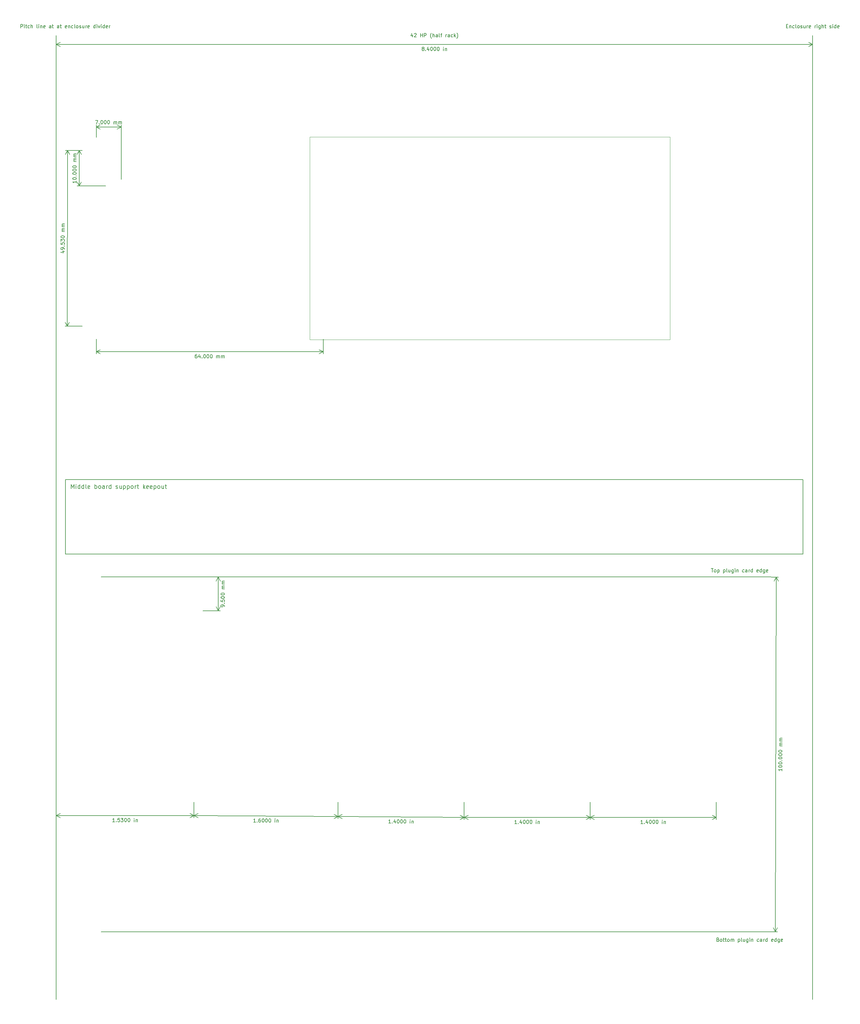
<source format=gbr>
G04 #@! TF.GenerationSoftware,KiCad,Pcbnew,(5.1.5)-3*
G04 #@! TF.CreationDate,2020-07-24T16:39:48-04:00*
G04 #@! TF.ProjectId,main_board,6d61696e-5f62-46f6-9172-642e6b696361,rev?*
G04 #@! TF.SameCoordinates,Original*
G04 #@! TF.FileFunction,OtherDrawing,Comment*
%FSLAX46Y46*%
G04 Gerber Fmt 4.6, Leading zero omitted, Abs format (unit mm)*
G04 Created by KiCad (PCBNEW (5.1.5)-3) date 2020-07-24 16:39:48*
%MOMM*%
%LPD*%
G04 APERTURE LIST*
%ADD10C,0.150000*%
%ADD11C,0.120000*%
G04 APERTURE END LIST*
D10*
X29628571Y-150542857D02*
X29628571Y-149342857D01*
X30028571Y-150200000D01*
X30428571Y-149342857D01*
X30428571Y-150542857D01*
X30999999Y-150542857D02*
X30999999Y-149742857D01*
X30999999Y-149342857D02*
X30942857Y-149400000D01*
X30999999Y-149457142D01*
X31057142Y-149400000D01*
X30999999Y-149342857D01*
X30999999Y-149457142D01*
X32085714Y-150542857D02*
X32085714Y-149342857D01*
X32085714Y-150485714D02*
X31971428Y-150542857D01*
X31742857Y-150542857D01*
X31628571Y-150485714D01*
X31571428Y-150428571D01*
X31514285Y-150314285D01*
X31514285Y-149971428D01*
X31571428Y-149857142D01*
X31628571Y-149800000D01*
X31742857Y-149742857D01*
X31971428Y-149742857D01*
X32085714Y-149800000D01*
X33171428Y-150542857D02*
X33171428Y-149342857D01*
X33171428Y-150485714D02*
X33057142Y-150542857D01*
X32828571Y-150542857D01*
X32714285Y-150485714D01*
X32657142Y-150428571D01*
X32599999Y-150314285D01*
X32599999Y-149971428D01*
X32657142Y-149857142D01*
X32714285Y-149800000D01*
X32828571Y-149742857D01*
X33057142Y-149742857D01*
X33171428Y-149800000D01*
X33914285Y-150542857D02*
X33799999Y-150485714D01*
X33742857Y-150371428D01*
X33742857Y-149342857D01*
X34828571Y-150485714D02*
X34714285Y-150542857D01*
X34485714Y-150542857D01*
X34371428Y-150485714D01*
X34314285Y-150371428D01*
X34314285Y-149914285D01*
X34371428Y-149800000D01*
X34485714Y-149742857D01*
X34714285Y-149742857D01*
X34828571Y-149800000D01*
X34885714Y-149914285D01*
X34885714Y-150028571D01*
X34314285Y-150142857D01*
X36314285Y-150542857D02*
X36314285Y-149342857D01*
X36314285Y-149800000D02*
X36428571Y-149742857D01*
X36657142Y-149742857D01*
X36771428Y-149800000D01*
X36828571Y-149857142D01*
X36885714Y-149971428D01*
X36885714Y-150314285D01*
X36828571Y-150428571D01*
X36771428Y-150485714D01*
X36657142Y-150542857D01*
X36428571Y-150542857D01*
X36314285Y-150485714D01*
X37571428Y-150542857D02*
X37457142Y-150485714D01*
X37399999Y-150428571D01*
X37342857Y-150314285D01*
X37342857Y-149971428D01*
X37399999Y-149857142D01*
X37457142Y-149800000D01*
X37571428Y-149742857D01*
X37742857Y-149742857D01*
X37857142Y-149800000D01*
X37914285Y-149857142D01*
X37971428Y-149971428D01*
X37971428Y-150314285D01*
X37914285Y-150428571D01*
X37857142Y-150485714D01*
X37742857Y-150542857D01*
X37571428Y-150542857D01*
X38999999Y-150542857D02*
X38999999Y-149914285D01*
X38942857Y-149800000D01*
X38828571Y-149742857D01*
X38599999Y-149742857D01*
X38485714Y-149800000D01*
X38999999Y-150485714D02*
X38885714Y-150542857D01*
X38599999Y-150542857D01*
X38485714Y-150485714D01*
X38428571Y-150371428D01*
X38428571Y-150257142D01*
X38485714Y-150142857D01*
X38599999Y-150085714D01*
X38885714Y-150085714D01*
X38999999Y-150028571D01*
X39571428Y-150542857D02*
X39571428Y-149742857D01*
X39571428Y-149971428D02*
X39628571Y-149857142D01*
X39685714Y-149800000D01*
X39799999Y-149742857D01*
X39914285Y-149742857D01*
X40828571Y-150542857D02*
X40828571Y-149342857D01*
X40828571Y-150485714D02*
X40714285Y-150542857D01*
X40485714Y-150542857D01*
X40371428Y-150485714D01*
X40314285Y-150428571D01*
X40257142Y-150314285D01*
X40257142Y-149971428D01*
X40314285Y-149857142D01*
X40371428Y-149800000D01*
X40485714Y-149742857D01*
X40714285Y-149742857D01*
X40828571Y-149800000D01*
X42257142Y-150485714D02*
X42371428Y-150542857D01*
X42599999Y-150542857D01*
X42714285Y-150485714D01*
X42771428Y-150371428D01*
X42771428Y-150314285D01*
X42714285Y-150200000D01*
X42599999Y-150142857D01*
X42428571Y-150142857D01*
X42314285Y-150085714D01*
X42257142Y-149971428D01*
X42257142Y-149914285D01*
X42314285Y-149800000D01*
X42428571Y-149742857D01*
X42599999Y-149742857D01*
X42714285Y-149800000D01*
X43799999Y-149742857D02*
X43799999Y-150542857D01*
X43285714Y-149742857D02*
X43285714Y-150371428D01*
X43342857Y-150485714D01*
X43457142Y-150542857D01*
X43628571Y-150542857D01*
X43742857Y-150485714D01*
X43799999Y-150428571D01*
X44371428Y-149742857D02*
X44371428Y-150942857D01*
X44371428Y-149800000D02*
X44485714Y-149742857D01*
X44714285Y-149742857D01*
X44828571Y-149800000D01*
X44885714Y-149857142D01*
X44942857Y-149971428D01*
X44942857Y-150314285D01*
X44885714Y-150428571D01*
X44828571Y-150485714D01*
X44714285Y-150542857D01*
X44485714Y-150542857D01*
X44371428Y-150485714D01*
X45457142Y-149742857D02*
X45457142Y-150942857D01*
X45457142Y-149800000D02*
X45571428Y-149742857D01*
X45799999Y-149742857D01*
X45914285Y-149800000D01*
X45971428Y-149857142D01*
X46028571Y-149971428D01*
X46028571Y-150314285D01*
X45971428Y-150428571D01*
X45914285Y-150485714D01*
X45799999Y-150542857D01*
X45571428Y-150542857D01*
X45457142Y-150485714D01*
X46714285Y-150542857D02*
X46599999Y-150485714D01*
X46542857Y-150428571D01*
X46485714Y-150314285D01*
X46485714Y-149971428D01*
X46542857Y-149857142D01*
X46599999Y-149800000D01*
X46714285Y-149742857D01*
X46885714Y-149742857D01*
X46999999Y-149800000D01*
X47057142Y-149857142D01*
X47114285Y-149971428D01*
X47114285Y-150314285D01*
X47057142Y-150428571D01*
X46999999Y-150485714D01*
X46885714Y-150542857D01*
X46714285Y-150542857D01*
X47628571Y-150542857D02*
X47628571Y-149742857D01*
X47628571Y-149971428D02*
X47685714Y-149857142D01*
X47742857Y-149800000D01*
X47857142Y-149742857D01*
X47971428Y-149742857D01*
X48199999Y-149742857D02*
X48657142Y-149742857D01*
X48371428Y-149342857D02*
X48371428Y-150371428D01*
X48428571Y-150485714D01*
X48542857Y-150542857D01*
X48657142Y-150542857D01*
X49971428Y-150542857D02*
X49971428Y-149342857D01*
X50085714Y-150085714D02*
X50428571Y-150542857D01*
X50428571Y-149742857D02*
X49971428Y-150200000D01*
X51399999Y-150485714D02*
X51285714Y-150542857D01*
X51057142Y-150542857D01*
X50942857Y-150485714D01*
X50885714Y-150371428D01*
X50885714Y-149914285D01*
X50942857Y-149800000D01*
X51057142Y-149742857D01*
X51285714Y-149742857D01*
X51399999Y-149800000D01*
X51457142Y-149914285D01*
X51457142Y-150028571D01*
X50885714Y-150142857D01*
X52428571Y-150485714D02*
X52314285Y-150542857D01*
X52085714Y-150542857D01*
X51971428Y-150485714D01*
X51914285Y-150371428D01*
X51914285Y-149914285D01*
X51971428Y-149800000D01*
X52085714Y-149742857D01*
X52314285Y-149742857D01*
X52428571Y-149800000D01*
X52485714Y-149914285D01*
X52485714Y-150028571D01*
X51914285Y-150142857D01*
X53000000Y-149742857D02*
X53000000Y-150942857D01*
X53000000Y-149800000D02*
X53114285Y-149742857D01*
X53342857Y-149742857D01*
X53457142Y-149800000D01*
X53514285Y-149857142D01*
X53571428Y-149971428D01*
X53571428Y-150314285D01*
X53514285Y-150428571D01*
X53457142Y-150485714D01*
X53342857Y-150542857D01*
X53114285Y-150542857D01*
X53000000Y-150485714D01*
X54257142Y-150542857D02*
X54142857Y-150485714D01*
X54085714Y-150428571D01*
X54028571Y-150314285D01*
X54028571Y-149971428D01*
X54085714Y-149857142D01*
X54142857Y-149800000D01*
X54257142Y-149742857D01*
X54428571Y-149742857D01*
X54542857Y-149800000D01*
X54600000Y-149857142D01*
X54657142Y-149971428D01*
X54657142Y-150314285D01*
X54600000Y-150428571D01*
X54542857Y-150485714D01*
X54428571Y-150542857D01*
X54257142Y-150542857D01*
X55685714Y-149742857D02*
X55685714Y-150542857D01*
X55171428Y-149742857D02*
X55171428Y-150371428D01*
X55228571Y-150485714D01*
X55342857Y-150542857D01*
X55514285Y-150542857D01*
X55628571Y-150485714D01*
X55685714Y-150428571D01*
X56085714Y-149742857D02*
X56542857Y-149742857D01*
X56257142Y-149342857D02*
X56257142Y-150371428D01*
X56314285Y-150485714D01*
X56428571Y-150542857D01*
X56542857Y-150542857D01*
X236000000Y-148000000D02*
X28000000Y-148000000D01*
X236000000Y-169000000D02*
X236000000Y-148000000D01*
X28000000Y-169000000D02*
X236000000Y-169000000D01*
X28000000Y-148000000D02*
X28000000Y-169000000D01*
X65043333Y-112752379D02*
X64852857Y-112752379D01*
X64757619Y-112799999D01*
X64710000Y-112847618D01*
X64614761Y-112990475D01*
X64567142Y-113180951D01*
X64567142Y-113561903D01*
X64614761Y-113657141D01*
X64662380Y-113704760D01*
X64757619Y-113752379D01*
X64948095Y-113752379D01*
X65043333Y-113704760D01*
X65090952Y-113657141D01*
X65138571Y-113561903D01*
X65138571Y-113323808D01*
X65090952Y-113228570D01*
X65043333Y-113180951D01*
X64948095Y-113133332D01*
X64757619Y-113133332D01*
X64662380Y-113180951D01*
X64614761Y-113228570D01*
X64567142Y-113323808D01*
X65995714Y-113085713D02*
X65995714Y-113752379D01*
X65757619Y-112704760D02*
X65519523Y-113419046D01*
X66138571Y-113419046D01*
X66519523Y-113657141D02*
X66567142Y-113704760D01*
X66519523Y-113752379D01*
X66471904Y-113704760D01*
X66519523Y-113657141D01*
X66519523Y-113752379D01*
X67186190Y-112752379D02*
X67281428Y-112752379D01*
X67376666Y-112799999D01*
X67424285Y-112847618D01*
X67471904Y-112942856D01*
X67519523Y-113133332D01*
X67519523Y-113371427D01*
X67471904Y-113561903D01*
X67424285Y-113657141D01*
X67376666Y-113704760D01*
X67281428Y-113752379D01*
X67186190Y-113752379D01*
X67090952Y-113704760D01*
X67043333Y-113657141D01*
X66995714Y-113561903D01*
X66948095Y-113371427D01*
X66948095Y-113133332D01*
X66995714Y-112942856D01*
X67043333Y-112847618D01*
X67090952Y-112799999D01*
X67186190Y-112752379D01*
X68138571Y-112752379D02*
X68233809Y-112752379D01*
X68329047Y-112799999D01*
X68376666Y-112847618D01*
X68424285Y-112942856D01*
X68471904Y-113133332D01*
X68471904Y-113371427D01*
X68424285Y-113561903D01*
X68376666Y-113657141D01*
X68329047Y-113704760D01*
X68233809Y-113752379D01*
X68138571Y-113752379D01*
X68043333Y-113704760D01*
X67995714Y-113657141D01*
X67948095Y-113561903D01*
X67900476Y-113371427D01*
X67900476Y-113133332D01*
X67948095Y-112942856D01*
X67995714Y-112847618D01*
X68043333Y-112799999D01*
X68138571Y-112752379D01*
X69090952Y-112752379D02*
X69186190Y-112752379D01*
X69281428Y-112799999D01*
X69329047Y-112847618D01*
X69376666Y-112942856D01*
X69424285Y-113133332D01*
X69424285Y-113371427D01*
X69376666Y-113561903D01*
X69329047Y-113657141D01*
X69281428Y-113704760D01*
X69186190Y-113752379D01*
X69090952Y-113752379D01*
X68995714Y-113704760D01*
X68948095Y-113657141D01*
X68900476Y-113561903D01*
X68852857Y-113371427D01*
X68852857Y-113133332D01*
X68900476Y-112942856D01*
X68948095Y-112847618D01*
X68995714Y-112799999D01*
X69090952Y-112752379D01*
X70614761Y-113752379D02*
X70614761Y-113085713D01*
X70614761Y-113180951D02*
X70662380Y-113133332D01*
X70757619Y-113085713D01*
X70900476Y-113085713D01*
X70995714Y-113133332D01*
X71043333Y-113228570D01*
X71043333Y-113752379D01*
X71043333Y-113228570D02*
X71090952Y-113133332D01*
X71186190Y-113085713D01*
X71329047Y-113085713D01*
X71424285Y-113133332D01*
X71471904Y-113228570D01*
X71471904Y-113752379D01*
X71948095Y-113752379D02*
X71948095Y-113085713D01*
X71948095Y-113180951D02*
X71995714Y-113133332D01*
X72090952Y-113085713D01*
X72233809Y-113085713D01*
X72329047Y-113133332D01*
X72376666Y-113228570D01*
X72376666Y-113752379D01*
X72376666Y-113228570D02*
X72424285Y-113133332D01*
X72519523Y-113085713D01*
X72662380Y-113085713D01*
X72757619Y-113133332D01*
X72805238Y-113228570D01*
X72805238Y-113752379D01*
X36710000Y-111999999D02*
X100710000Y-111999999D01*
X36710000Y-110300000D02*
X36710000Y-112586420D01*
X100710000Y-110300000D02*
X100710000Y-112586420D01*
X100710000Y-111999999D02*
X99583496Y-112586420D01*
X100710000Y-111999999D02*
X99583496Y-111413578D01*
X36710000Y-111999999D02*
X37836504Y-112586420D01*
X36710000Y-111999999D02*
X37836504Y-111413578D01*
X31062380Y-63806428D02*
X31062380Y-64377857D01*
X31062380Y-64092142D02*
X30062380Y-64092142D01*
X30205238Y-64187380D01*
X30300476Y-64282619D01*
X30348095Y-64377857D01*
X30062380Y-63187380D02*
X30062380Y-63092142D01*
X30110000Y-62996904D01*
X30157619Y-62949285D01*
X30252857Y-62901666D01*
X30443333Y-62854047D01*
X30681428Y-62854047D01*
X30871904Y-62901666D01*
X30967142Y-62949285D01*
X31014761Y-62996904D01*
X31062380Y-63092142D01*
X31062380Y-63187380D01*
X31014761Y-63282619D01*
X30967142Y-63330238D01*
X30871904Y-63377857D01*
X30681428Y-63425476D01*
X30443333Y-63425476D01*
X30252857Y-63377857D01*
X30157619Y-63330238D01*
X30110000Y-63282619D01*
X30062380Y-63187380D01*
X30967142Y-62425476D02*
X31014761Y-62377857D01*
X31062380Y-62425476D01*
X31014761Y-62473095D01*
X30967142Y-62425476D01*
X31062380Y-62425476D01*
X30062380Y-61758809D02*
X30062380Y-61663571D01*
X30110000Y-61568333D01*
X30157619Y-61520714D01*
X30252857Y-61473095D01*
X30443333Y-61425476D01*
X30681428Y-61425476D01*
X30871904Y-61473095D01*
X30967142Y-61520714D01*
X31014761Y-61568333D01*
X31062380Y-61663571D01*
X31062380Y-61758809D01*
X31014761Y-61854047D01*
X30967142Y-61901666D01*
X30871904Y-61949285D01*
X30681428Y-61996904D01*
X30443333Y-61996904D01*
X30252857Y-61949285D01*
X30157619Y-61901666D01*
X30110000Y-61854047D01*
X30062380Y-61758809D01*
X30062380Y-60806428D02*
X30062380Y-60711190D01*
X30110000Y-60615952D01*
X30157619Y-60568333D01*
X30252857Y-60520714D01*
X30443333Y-60473095D01*
X30681428Y-60473095D01*
X30871904Y-60520714D01*
X30967142Y-60568333D01*
X31014761Y-60615952D01*
X31062380Y-60711190D01*
X31062380Y-60806428D01*
X31014761Y-60901666D01*
X30967142Y-60949285D01*
X30871904Y-60996904D01*
X30681428Y-61044523D01*
X30443333Y-61044523D01*
X30252857Y-60996904D01*
X30157619Y-60949285D01*
X30110000Y-60901666D01*
X30062380Y-60806428D01*
X30062380Y-59854047D02*
X30062380Y-59758809D01*
X30110000Y-59663571D01*
X30157619Y-59615952D01*
X30252857Y-59568333D01*
X30443333Y-59520714D01*
X30681428Y-59520714D01*
X30871904Y-59568333D01*
X30967142Y-59615952D01*
X31014761Y-59663571D01*
X31062380Y-59758809D01*
X31062380Y-59854047D01*
X31014761Y-59949285D01*
X30967142Y-59996904D01*
X30871904Y-60044523D01*
X30681428Y-60092142D01*
X30443333Y-60092142D01*
X30252857Y-60044523D01*
X30157619Y-59996904D01*
X30110000Y-59949285D01*
X30062380Y-59854047D01*
X31062380Y-58330238D02*
X30395714Y-58330238D01*
X30490952Y-58330238D02*
X30443333Y-58282619D01*
X30395714Y-58187380D01*
X30395714Y-58044523D01*
X30443333Y-57949285D01*
X30538571Y-57901666D01*
X31062380Y-57901666D01*
X30538571Y-57901666D02*
X30443333Y-57854047D01*
X30395714Y-57758809D01*
X30395714Y-57615952D01*
X30443333Y-57520714D01*
X30538571Y-57473095D01*
X31062380Y-57473095D01*
X31062380Y-56996904D02*
X30395714Y-56996904D01*
X30490952Y-56996904D02*
X30443333Y-56949285D01*
X30395714Y-56854047D01*
X30395714Y-56711190D01*
X30443333Y-56615952D01*
X30538571Y-56568333D01*
X31062380Y-56568333D01*
X30538571Y-56568333D02*
X30443333Y-56520714D01*
X30395714Y-56425476D01*
X30395714Y-56282619D01*
X30443333Y-56187380D01*
X30538571Y-56139761D01*
X31062380Y-56139761D01*
X31910000Y-55235000D02*
X31910000Y-65235000D01*
X32710000Y-55235000D02*
X31323579Y-55235000D01*
X32710000Y-65235000D02*
X31323579Y-65235000D01*
X31910000Y-65235000D02*
X31323579Y-64108496D01*
X31910000Y-65235000D02*
X32496421Y-64108496D01*
X31910000Y-55235000D02*
X31323579Y-56361504D01*
X31910000Y-55235000D02*
X32496421Y-56361504D01*
X32710000Y-65235000D02*
X39310000Y-65235000D01*
X36495714Y-46752380D02*
X37162380Y-46752380D01*
X36733809Y-47752380D01*
X37543333Y-47657142D02*
X37590952Y-47704761D01*
X37543333Y-47752380D01*
X37495714Y-47704761D01*
X37543333Y-47657142D01*
X37543333Y-47752380D01*
X38210000Y-46752380D02*
X38305238Y-46752380D01*
X38400476Y-46800000D01*
X38448095Y-46847619D01*
X38495714Y-46942857D01*
X38543333Y-47133333D01*
X38543333Y-47371428D01*
X38495714Y-47561904D01*
X38448095Y-47657142D01*
X38400476Y-47704761D01*
X38305238Y-47752380D01*
X38210000Y-47752380D01*
X38114761Y-47704761D01*
X38067142Y-47657142D01*
X38019523Y-47561904D01*
X37971904Y-47371428D01*
X37971904Y-47133333D01*
X38019523Y-46942857D01*
X38067142Y-46847619D01*
X38114761Y-46800000D01*
X38210000Y-46752380D01*
X39162380Y-46752380D02*
X39257619Y-46752380D01*
X39352857Y-46800000D01*
X39400476Y-46847619D01*
X39448095Y-46942857D01*
X39495714Y-47133333D01*
X39495714Y-47371428D01*
X39448095Y-47561904D01*
X39400476Y-47657142D01*
X39352857Y-47704761D01*
X39257619Y-47752380D01*
X39162380Y-47752380D01*
X39067142Y-47704761D01*
X39019523Y-47657142D01*
X38971904Y-47561904D01*
X38924285Y-47371428D01*
X38924285Y-47133333D01*
X38971904Y-46942857D01*
X39019523Y-46847619D01*
X39067142Y-46800000D01*
X39162380Y-46752380D01*
X40114761Y-46752380D02*
X40210000Y-46752380D01*
X40305238Y-46800000D01*
X40352857Y-46847619D01*
X40400476Y-46942857D01*
X40448095Y-47133333D01*
X40448095Y-47371428D01*
X40400476Y-47561904D01*
X40352857Y-47657142D01*
X40305238Y-47704761D01*
X40210000Y-47752380D01*
X40114761Y-47752380D01*
X40019523Y-47704761D01*
X39971904Y-47657142D01*
X39924285Y-47561904D01*
X39876666Y-47371428D01*
X39876666Y-47133333D01*
X39924285Y-46942857D01*
X39971904Y-46847619D01*
X40019523Y-46800000D01*
X40114761Y-46752380D01*
X41638571Y-47752380D02*
X41638571Y-47085714D01*
X41638571Y-47180952D02*
X41686190Y-47133333D01*
X41781428Y-47085714D01*
X41924285Y-47085714D01*
X42019523Y-47133333D01*
X42067142Y-47228571D01*
X42067142Y-47752380D01*
X42067142Y-47228571D02*
X42114761Y-47133333D01*
X42210000Y-47085714D01*
X42352857Y-47085714D01*
X42448095Y-47133333D01*
X42495714Y-47228571D01*
X42495714Y-47752380D01*
X42971904Y-47752380D02*
X42971904Y-47085714D01*
X42971904Y-47180952D02*
X43019523Y-47133333D01*
X43114761Y-47085714D01*
X43257619Y-47085714D01*
X43352857Y-47133333D01*
X43400476Y-47228571D01*
X43400476Y-47752380D01*
X43400476Y-47228571D02*
X43448095Y-47133333D01*
X43543333Y-47085714D01*
X43686190Y-47085714D01*
X43781428Y-47133333D01*
X43829047Y-47228571D01*
X43829047Y-47752380D01*
X36710000Y-48600000D02*
X43710000Y-48600000D01*
X36710000Y-49600000D02*
X36710000Y-48013579D01*
X43710000Y-49600000D02*
X43710000Y-48013579D01*
X43710000Y-48600000D02*
X42583496Y-49186421D01*
X43710000Y-48600000D02*
X42583496Y-48013579D01*
X36710000Y-48600000D02*
X37836504Y-49186421D01*
X36710000Y-48600000D02*
X37836504Y-48013579D01*
X43710000Y-63400000D02*
X43710000Y-49600000D01*
X36710000Y-51500000D02*
X36710000Y-49600000D01*
X100710000Y-110300000D02*
X100710000Y-108400000D01*
X36710000Y-110300000D02*
X36710000Y-108400000D01*
X27038314Y-83663601D02*
X27704980Y-83664947D01*
X26656882Y-83900927D02*
X27370686Y-84140464D01*
X27371935Y-83521417D01*
X27706133Y-83093520D02*
X27706518Y-82903044D01*
X27659091Y-82807710D01*
X27611568Y-82759995D01*
X27468904Y-82664468D01*
X27278524Y-82616465D01*
X26897573Y-82615696D01*
X26802239Y-82663122D01*
X26754523Y-82710645D01*
X26706712Y-82805787D01*
X26706328Y-82996263D01*
X26753754Y-83091597D01*
X26801277Y-83139312D01*
X26896419Y-83187123D01*
X27134514Y-83187604D01*
X27229848Y-83140177D01*
X27277563Y-83092654D01*
X27325374Y-82997513D01*
X27325759Y-82807037D01*
X27278332Y-82711703D01*
X27230809Y-82663988D01*
X27135667Y-82616176D01*
X27612722Y-82188567D02*
X27660437Y-82141044D01*
X27707960Y-82188760D01*
X27660245Y-82236282D01*
X27612722Y-82188567D01*
X27707960Y-82188760D01*
X26709885Y-81234362D02*
X26708923Y-81710551D01*
X27185017Y-81759131D01*
X27137494Y-81711416D01*
X27090067Y-81616082D01*
X27090548Y-81377988D01*
X27138359Y-81282846D01*
X27186074Y-81235323D01*
X27281408Y-81187896D01*
X27519503Y-81188377D01*
X27614645Y-81236188D01*
X27662168Y-81283903D01*
X27709594Y-81379237D01*
X27709114Y-81617332D01*
X27661302Y-81712474D01*
X27613587Y-81759997D01*
X26710654Y-80853410D02*
X26711904Y-80234364D01*
X27092182Y-80568465D01*
X27092471Y-80425609D01*
X27140282Y-80330467D01*
X27187997Y-80282944D01*
X27283331Y-80235517D01*
X27521426Y-80235998D01*
X27616568Y-80283809D01*
X27664091Y-80331524D01*
X27711517Y-80426858D01*
X27710940Y-80712572D01*
X27663129Y-80807714D01*
X27615414Y-80855237D01*
X26713154Y-79615317D02*
X26713346Y-79520079D01*
X26761157Y-79424938D01*
X26808872Y-79377415D01*
X26904206Y-79329988D01*
X27094778Y-79282754D01*
X27332873Y-79283234D01*
X27523253Y-79331238D01*
X27618394Y-79379049D01*
X27665917Y-79426764D01*
X27713344Y-79522098D01*
X27713152Y-79617336D01*
X27665340Y-79712478D01*
X27617625Y-79760001D01*
X27522291Y-79807427D01*
X27331719Y-79854662D01*
X27093625Y-79854181D01*
X26903245Y-79806178D01*
X26808103Y-79758366D01*
X26760580Y-79710651D01*
X26713154Y-79615317D01*
X27716228Y-78093530D02*
X27049563Y-78092184D01*
X27144801Y-78092376D02*
X27097278Y-78044661D01*
X27049851Y-77949327D01*
X27050140Y-77806470D01*
X27097951Y-77711328D01*
X27193285Y-77663902D01*
X27717093Y-77664959D01*
X27193285Y-77663902D02*
X27098143Y-77616090D01*
X27050717Y-77520756D01*
X27051005Y-77377900D01*
X27098816Y-77282758D01*
X27194150Y-77235331D01*
X27717959Y-77236389D01*
X27718920Y-76760199D02*
X27052255Y-76758853D01*
X27147493Y-76759046D02*
X27099970Y-76711330D01*
X27052543Y-76615996D01*
X27052832Y-76473140D01*
X27100643Y-76377998D01*
X27195977Y-76330571D01*
X27719785Y-76331629D01*
X27195977Y-76330571D02*
X27100835Y-76282760D01*
X27053409Y-76187426D01*
X27053697Y-76044569D01*
X27101508Y-75949427D01*
X27196842Y-75902001D01*
X27720651Y-75903058D01*
X28610000Y-55235000D02*
X28510000Y-104765000D01*
X28610000Y-55235000D02*
X28023580Y-55233816D01*
X28510000Y-104765000D02*
X27923580Y-104763816D01*
X28510000Y-104765000D02*
X27925855Y-103637315D01*
X28510000Y-104765000D02*
X29098694Y-103639683D01*
X28610000Y-55235000D02*
X28021306Y-56360317D01*
X28610000Y-55235000D02*
X29194145Y-56362685D01*
X28510000Y-104765000D02*
X32710000Y-104765000D01*
X28610000Y-55235000D02*
X32710000Y-55235000D01*
X190873428Y-245024380D02*
X190302000Y-245024380D01*
X190587714Y-245024380D02*
X190587714Y-244024380D01*
X190492476Y-244167238D01*
X190397238Y-244262476D01*
X190302000Y-244310095D01*
X191302000Y-244929142D02*
X191349619Y-244976761D01*
X191302000Y-245024380D01*
X191254380Y-244976761D01*
X191302000Y-244929142D01*
X191302000Y-245024380D01*
X192206761Y-244357714D02*
X192206761Y-245024380D01*
X191968666Y-243976761D02*
X191730571Y-244691047D01*
X192349619Y-244691047D01*
X192921047Y-244024380D02*
X193016285Y-244024380D01*
X193111523Y-244072000D01*
X193159142Y-244119619D01*
X193206761Y-244214857D01*
X193254380Y-244405333D01*
X193254380Y-244643428D01*
X193206761Y-244833904D01*
X193159142Y-244929142D01*
X193111523Y-244976761D01*
X193016285Y-245024380D01*
X192921047Y-245024380D01*
X192825809Y-244976761D01*
X192778190Y-244929142D01*
X192730571Y-244833904D01*
X192682952Y-244643428D01*
X192682952Y-244405333D01*
X192730571Y-244214857D01*
X192778190Y-244119619D01*
X192825809Y-244072000D01*
X192921047Y-244024380D01*
X193873428Y-244024380D02*
X193968666Y-244024380D01*
X194063904Y-244072000D01*
X194111523Y-244119619D01*
X194159142Y-244214857D01*
X194206761Y-244405333D01*
X194206761Y-244643428D01*
X194159142Y-244833904D01*
X194111523Y-244929142D01*
X194063904Y-244976761D01*
X193968666Y-245024380D01*
X193873428Y-245024380D01*
X193778190Y-244976761D01*
X193730571Y-244929142D01*
X193682952Y-244833904D01*
X193635333Y-244643428D01*
X193635333Y-244405333D01*
X193682952Y-244214857D01*
X193730571Y-244119619D01*
X193778190Y-244072000D01*
X193873428Y-244024380D01*
X194825809Y-244024380D02*
X194921047Y-244024380D01*
X195016285Y-244072000D01*
X195063904Y-244119619D01*
X195111523Y-244214857D01*
X195159142Y-244405333D01*
X195159142Y-244643428D01*
X195111523Y-244833904D01*
X195063904Y-244929142D01*
X195016285Y-244976761D01*
X194921047Y-245024380D01*
X194825809Y-245024380D01*
X194730571Y-244976761D01*
X194682952Y-244929142D01*
X194635333Y-244833904D01*
X194587714Y-244643428D01*
X194587714Y-244405333D01*
X194635333Y-244214857D01*
X194682952Y-244119619D01*
X194730571Y-244072000D01*
X194825809Y-244024380D01*
X196349619Y-245024380D02*
X196349619Y-244357714D01*
X196349619Y-244024380D02*
X196302000Y-244072000D01*
X196349619Y-244119619D01*
X196397238Y-244072000D01*
X196349619Y-244024380D01*
X196349619Y-244119619D01*
X196825809Y-244357714D02*
X196825809Y-245024380D01*
X196825809Y-244452952D02*
X196873428Y-244405333D01*
X196968666Y-244357714D01*
X197111523Y-244357714D01*
X197206761Y-244405333D01*
X197254380Y-244500571D01*
X197254380Y-245024380D01*
X176022000Y-243272000D02*
X211582000Y-243272000D01*
X176022000Y-243272000D02*
X176022000Y-243858421D01*
X211582000Y-243272000D02*
X211582000Y-243858421D01*
X211582000Y-243272000D02*
X210455496Y-243858421D01*
X211582000Y-243272000D02*
X210455496Y-242685579D01*
X176022000Y-243272000D02*
X177148504Y-243858421D01*
X176022000Y-243272000D02*
X177148504Y-242685579D01*
X211582000Y-238954000D02*
X211582000Y-243780000D01*
X155313843Y-245029662D02*
X154742414Y-245029808D01*
X155028128Y-245029735D02*
X155027873Y-244029735D01*
X154932672Y-244172617D01*
X154837458Y-244267879D01*
X154742232Y-244315523D01*
X155742390Y-244934315D02*
X155790021Y-244981922D01*
X155742414Y-245029553D01*
X155694783Y-244981946D01*
X155742390Y-244934315D01*
X155742414Y-245029553D01*
X156647006Y-244362656D02*
X156647176Y-245029322D01*
X156408813Y-243981764D02*
X156170900Y-244696111D01*
X156789948Y-244695953D01*
X157361206Y-244029140D02*
X157456445Y-244029116D01*
X157551695Y-244076711D01*
X157599326Y-244124318D01*
X157646969Y-244219543D01*
X157694637Y-244410008D01*
X157694698Y-244648103D01*
X157647127Y-244838591D01*
X157599532Y-244933841D01*
X157551926Y-244981473D01*
X157456700Y-245029116D01*
X157361462Y-245029140D01*
X157266211Y-244981545D01*
X157218580Y-244933939D01*
X157170937Y-244838713D01*
X157123269Y-244648249D01*
X157123208Y-244410153D01*
X157170779Y-244219665D01*
X157218374Y-244124415D01*
X157265981Y-244076784D01*
X157361206Y-244029140D01*
X158313587Y-244028897D02*
X158408825Y-244028873D01*
X158504076Y-244076468D01*
X158551707Y-244124075D01*
X158599350Y-244219301D01*
X158647018Y-244409765D01*
X158647079Y-244647860D01*
X158599508Y-244838348D01*
X158551913Y-244933598D01*
X158504307Y-244981230D01*
X158409081Y-245028873D01*
X158313842Y-245028897D01*
X158218592Y-244981302D01*
X158170961Y-244933696D01*
X158123318Y-244838470D01*
X158075650Y-244648006D01*
X158075589Y-244409910D01*
X158123160Y-244219422D01*
X158170755Y-244124172D01*
X158218361Y-244076541D01*
X158313587Y-244028897D01*
X159265968Y-244028654D02*
X159361206Y-244028630D01*
X159456457Y-244076225D01*
X159504088Y-244123832D01*
X159551731Y-244219058D01*
X159599399Y-244409522D01*
X159599460Y-244647617D01*
X159551889Y-244838105D01*
X159504294Y-244933355D01*
X159456687Y-244980987D01*
X159361461Y-245028630D01*
X159266223Y-245028654D01*
X159170973Y-244981060D01*
X159123342Y-244933453D01*
X159075699Y-244838227D01*
X159028031Y-244647763D01*
X159027970Y-244409667D01*
X159075541Y-244219179D01*
X159123135Y-244123929D01*
X159170742Y-244076298D01*
X159265968Y-244028654D01*
X160790033Y-245028266D02*
X160789863Y-244361599D01*
X160789778Y-244028266D02*
X160742171Y-244075897D01*
X160789802Y-244123504D01*
X160837409Y-244075872D01*
X160789778Y-244028266D01*
X160789802Y-244123504D01*
X161266053Y-244361477D02*
X161266223Y-245028144D01*
X161266078Y-244456716D02*
X161313684Y-244409084D01*
X161408910Y-244361441D01*
X161551768Y-244361405D01*
X161647018Y-244408999D01*
X161694661Y-244504225D01*
X161694795Y-245028035D01*
X140461935Y-243281071D02*
X176022000Y-243272000D01*
X140461935Y-243281071D02*
X140462085Y-243867492D01*
X176022000Y-243272000D02*
X176022150Y-243858421D01*
X176022000Y-243272000D02*
X174895646Y-243858708D01*
X176022000Y-243272000D02*
X174895347Y-242685867D01*
X140461935Y-243281071D02*
X141588588Y-243867204D01*
X140461935Y-243281071D02*
X141588289Y-242694363D01*
X176022000Y-238954000D02*
X176022000Y-243780000D01*
X119740922Y-244885489D02*
X119169508Y-244881408D01*
X119455215Y-244883448D02*
X119462357Y-243883474D01*
X119366101Y-244025647D01*
X119270185Y-244120202D01*
X119174609Y-244167140D01*
X120170162Y-244793315D02*
X120217440Y-244841273D01*
X120169482Y-244888550D01*
X120122204Y-244840592D01*
X120170162Y-244793315D01*
X120169482Y-244888550D01*
X121078983Y-244228363D02*
X121074221Y-244895013D01*
X120843615Y-243845720D02*
X120600423Y-244558287D01*
X121219455Y-244562708D01*
X121795631Y-243900140D02*
X121890867Y-243900820D01*
X121985762Y-243949118D01*
X122033040Y-243997076D01*
X122079978Y-244092652D01*
X122126235Y-244283464D01*
X122124534Y-244521553D01*
X122075556Y-244711684D01*
X122027258Y-244806580D01*
X121979300Y-244853857D01*
X121883724Y-244900795D01*
X121788488Y-244900115D01*
X121693593Y-244851816D01*
X121646315Y-244803859D01*
X121599378Y-244708283D01*
X121553120Y-244517471D01*
X121554821Y-244279382D01*
X121603799Y-244089251D01*
X121652097Y-243994355D01*
X121700055Y-243947078D01*
X121795631Y-243900140D01*
X122747988Y-243906943D02*
X122843223Y-243907623D01*
X122938119Y-243955921D01*
X122985397Y-244003879D01*
X123032334Y-244099455D01*
X123078592Y-244290266D01*
X123076891Y-244528355D01*
X123027913Y-244718487D01*
X122979614Y-244813382D01*
X122931656Y-244860660D01*
X122836081Y-244907597D01*
X122740845Y-244906917D01*
X122645950Y-244858619D01*
X122598672Y-244810661D01*
X122551734Y-244715085D01*
X122505477Y-244524274D01*
X122507178Y-244286185D01*
X122556156Y-244096053D01*
X122604454Y-244001158D01*
X122652412Y-243953880D01*
X122747988Y-243906943D01*
X123700344Y-243913745D02*
X123795580Y-243914425D01*
X123890476Y-243962724D01*
X123937753Y-244010681D01*
X123984691Y-244106257D01*
X124030948Y-244297069D01*
X124029248Y-244535158D01*
X123980269Y-244725289D01*
X123931971Y-244820185D01*
X123884013Y-244867462D01*
X123788437Y-244914400D01*
X123693202Y-244913720D01*
X123598306Y-244865422D01*
X123551028Y-244817464D01*
X123504091Y-244721888D01*
X123457834Y-244531076D01*
X123459534Y-244292987D01*
X123508513Y-244102856D01*
X123556811Y-244007960D01*
X123604769Y-243960683D01*
X123700344Y-243913745D01*
X125216972Y-244924604D02*
X125221734Y-244257954D01*
X125224115Y-243924629D02*
X125176157Y-243971907D01*
X125223435Y-244019865D01*
X125271393Y-243972587D01*
X125224115Y-243924629D01*
X125223435Y-244019865D01*
X125697912Y-244261355D02*
X125693151Y-244928005D01*
X125697232Y-244356591D02*
X125745190Y-244309313D01*
X125840766Y-244262376D01*
X125983619Y-244263396D01*
X126078515Y-244311694D01*
X126125453Y-244407270D01*
X126121711Y-244931066D01*
X104901935Y-243027071D02*
X140461935Y-243281071D01*
X104902000Y-243018000D02*
X104897747Y-243613477D01*
X140462000Y-243272000D02*
X140457747Y-243867477D01*
X140461935Y-243281071D02*
X139331271Y-243859431D01*
X140461935Y-243281071D02*
X139339649Y-242686619D01*
X104901935Y-243027071D02*
X106024221Y-243621523D01*
X104901935Y-243027071D02*
X106032599Y-242448711D01*
X140462000Y-238954000D02*
X140462000Y-243780000D01*
X81642280Y-244617619D02*
X81070863Y-244613865D01*
X81356571Y-244615742D02*
X81363141Y-243615763D01*
X81266966Y-243757992D01*
X81171104Y-243852602D01*
X81075556Y-243899594D01*
X82071467Y-244525198D02*
X82118773Y-244573129D01*
X82070842Y-244620434D01*
X82023536Y-244572503D01*
X82071467Y-244525198D01*
X82070842Y-244620434D01*
X82982153Y-243626399D02*
X82791681Y-243625148D01*
X82696132Y-243672140D01*
X82648201Y-243719445D01*
X82552027Y-243861674D01*
X82503158Y-244051833D01*
X82500655Y-244432777D01*
X82547648Y-244528326D01*
X82594953Y-244576257D01*
X82689876Y-244624500D01*
X82880348Y-244625752D01*
X82975897Y-244578759D01*
X83023828Y-244531454D01*
X83072071Y-244436531D01*
X83073635Y-244198441D01*
X83026643Y-244102892D01*
X82979338Y-244054961D01*
X82884415Y-244006717D01*
X82693943Y-244005466D01*
X82598394Y-244052459D01*
X82550463Y-244099764D01*
X82502219Y-244194687D01*
X83696424Y-243631091D02*
X83791660Y-243631717D01*
X83886583Y-243679960D01*
X83933888Y-243727891D01*
X83980880Y-243823440D01*
X84027247Y-244014225D01*
X84025683Y-244252315D01*
X83976814Y-244442474D01*
X83928570Y-244537398D01*
X83880639Y-244584703D01*
X83785090Y-244631695D01*
X83689854Y-244631070D01*
X83594931Y-244582826D01*
X83547626Y-244534895D01*
X83500634Y-244439346D01*
X83454267Y-244248561D01*
X83455831Y-244010471D01*
X83504700Y-243820312D01*
X83552944Y-243725389D01*
X83600875Y-243678084D01*
X83696424Y-243631091D01*
X84648784Y-243637347D02*
X84744020Y-243637973D01*
X84838943Y-243686217D01*
X84886248Y-243734148D01*
X84933241Y-243829696D01*
X84979608Y-244020481D01*
X84978043Y-244258571D01*
X84929174Y-244448731D01*
X84880931Y-244543654D01*
X84833000Y-244590959D01*
X84737451Y-244637952D01*
X84642215Y-244637326D01*
X84547292Y-244589082D01*
X84499986Y-244541151D01*
X84452994Y-244445603D01*
X84406627Y-244254818D01*
X84408191Y-244016728D01*
X84457061Y-243826568D01*
X84505304Y-243731645D01*
X84553235Y-243684340D01*
X84648784Y-243637347D01*
X85601144Y-243643604D02*
X85696380Y-243644229D01*
X85791304Y-243692473D01*
X85838609Y-243740404D01*
X85885601Y-243835953D01*
X85931968Y-244026738D01*
X85930404Y-244264828D01*
X85881535Y-244454987D01*
X85833291Y-244549910D01*
X85785360Y-244597215D01*
X85689811Y-244644208D01*
X85594575Y-244643582D01*
X85499652Y-244595339D01*
X85452347Y-244547408D01*
X85405354Y-244451859D01*
X85358988Y-244261074D01*
X85360552Y-244022984D01*
X85409421Y-243832825D01*
X85457665Y-243737901D01*
X85505595Y-243690596D01*
X85601144Y-243643604D01*
X87118352Y-244653592D02*
X87122731Y-243986940D01*
X87124921Y-243653614D02*
X87076990Y-243700919D01*
X87124295Y-243748850D01*
X87172226Y-243701545D01*
X87124921Y-243653614D01*
X87124295Y-243748850D01*
X87598911Y-243990068D02*
X87594532Y-244656720D01*
X87598286Y-244085304D02*
X87646217Y-244037999D01*
X87741766Y-243991007D01*
X87884620Y-243991945D01*
X87979543Y-244040189D01*
X88026535Y-244135738D01*
X88023094Y-244659536D01*
X64262600Y-242751029D02*
X104902000Y-243018000D01*
X64262600Y-242751029D02*
X64258748Y-243337437D01*
X104902000Y-243018000D02*
X104898148Y-243604408D01*
X104902000Y-243018000D02*
X103771668Y-243597008D01*
X104902000Y-243018000D02*
X103779373Y-242424192D01*
X64262600Y-242751029D02*
X65385227Y-243344837D01*
X64262600Y-242751029D02*
X65392932Y-242172021D01*
X25400000Y-249088000D02*
X25400000Y-252088000D01*
X41904078Y-244517793D02*
X41332649Y-244518161D01*
X41618363Y-244517977D02*
X41617720Y-243517977D01*
X41522574Y-243660896D01*
X41427397Y-243756195D01*
X41332190Y-243803875D01*
X42332588Y-244422280D02*
X42380237Y-244469868D01*
X42332649Y-244517518D01*
X42284999Y-244469929D01*
X42332588Y-244422280D01*
X42332649Y-244517518D01*
X43284386Y-243516905D02*
X42808196Y-243517211D01*
X42760883Y-243993432D01*
X42808472Y-243945783D01*
X42903679Y-243898103D01*
X43141774Y-243897949D01*
X43237043Y-243945507D01*
X43284693Y-243993096D01*
X43332373Y-244088303D01*
X43332526Y-244326398D01*
X43284969Y-244421667D01*
X43237380Y-244469317D01*
X43142173Y-244516997D01*
X42904077Y-244517150D01*
X42808809Y-244469592D01*
X42761159Y-244422004D01*
X43665339Y-243516660D02*
X44284386Y-243516262D01*
X43951298Y-243897429D01*
X44094155Y-243897337D01*
X44189424Y-243944894D01*
X44237074Y-243992483D01*
X44284754Y-244087690D01*
X44284907Y-244325785D01*
X44237349Y-244421054D01*
X44189761Y-244468704D01*
X44094553Y-244516384D01*
X43808839Y-244516568D01*
X43713570Y-244469010D01*
X43665921Y-244421422D01*
X44903434Y-243515864D02*
X44998672Y-243515802D01*
X45093941Y-243563360D01*
X45141590Y-243610949D01*
X45189271Y-243706156D01*
X45237012Y-243896601D01*
X45237165Y-244134697D01*
X45189669Y-244325203D01*
X45142111Y-244420472D01*
X45094523Y-244468122D01*
X44999315Y-244515802D01*
X44904077Y-244515863D01*
X44808808Y-244468306D01*
X44761159Y-244420717D01*
X44713478Y-244325510D01*
X44665737Y-244135064D01*
X44665584Y-243896969D01*
X44713080Y-243706462D01*
X44760638Y-243611194D01*
X44808226Y-243563544D01*
X44903434Y-243515864D01*
X45855815Y-243515251D02*
X45951053Y-243515190D01*
X46046321Y-243562747D01*
X46093971Y-243610336D01*
X46141651Y-243705543D01*
X46189393Y-243895989D01*
X46189546Y-244134084D01*
X46142050Y-244324591D01*
X46094492Y-244419859D01*
X46046903Y-244467509D01*
X45951696Y-244515189D01*
X45856458Y-244515251D01*
X45761189Y-244467693D01*
X45713539Y-244420105D01*
X45665859Y-244324897D01*
X45618118Y-244134452D01*
X45617964Y-243896356D01*
X45665461Y-243705850D01*
X45713019Y-243610581D01*
X45760607Y-243562931D01*
X45855815Y-243515251D01*
X47380267Y-244514270D02*
X47379838Y-243847604D01*
X47379624Y-243514271D02*
X47332035Y-243561920D01*
X47379685Y-243609509D01*
X47427273Y-243561859D01*
X47379624Y-243514271D01*
X47379685Y-243609509D01*
X47856029Y-243847298D02*
X47856457Y-244513964D01*
X47856090Y-243942536D02*
X47903678Y-243894886D01*
X47998886Y-243847206D01*
X48141743Y-243847114D01*
X48237011Y-243894672D01*
X48284692Y-243989879D01*
X48285029Y-244513688D01*
X25400522Y-242776029D02*
X64262522Y-242751029D01*
X25400000Y-241965000D02*
X25400899Y-243362449D01*
X64262000Y-241940000D02*
X64262899Y-243337449D01*
X64262522Y-242751029D02*
X63136396Y-243338174D01*
X64262522Y-242751029D02*
X63135641Y-242165333D01*
X25400522Y-242776029D02*
X26527403Y-243361725D01*
X25400522Y-242776029D02*
X26526648Y-242188884D01*
X25400000Y-238965000D02*
X25400000Y-241965000D01*
X230124215Y-229562103D02*
X230122643Y-230133530D01*
X230123429Y-229847816D02*
X229123433Y-229845067D01*
X229266028Y-229940697D01*
X229361003Y-230036197D01*
X229408360Y-230131565D01*
X229125921Y-228940308D02*
X229126183Y-228845070D01*
X229174064Y-228749963D01*
X229221813Y-228702476D01*
X229317182Y-228655119D01*
X229507789Y-228608024D01*
X229745883Y-228608678D01*
X229936227Y-228656821D01*
X230031334Y-228704702D01*
X230078822Y-228752452D01*
X230126179Y-228847820D01*
X230125917Y-228943058D01*
X230078036Y-229038165D01*
X230030287Y-229085653D01*
X229934918Y-229133010D01*
X229744312Y-229180105D01*
X229506217Y-229179450D01*
X229315873Y-229131307D01*
X229220766Y-229083427D01*
X229173278Y-229035677D01*
X229125921Y-228940308D01*
X229128540Y-227987931D02*
X229128802Y-227892693D01*
X229176683Y-227797586D01*
X229224433Y-227750098D01*
X229319801Y-227702741D01*
X229510408Y-227655646D01*
X229748502Y-227656301D01*
X229938846Y-227704444D01*
X230033953Y-227752324D01*
X230081441Y-227800074D01*
X230128798Y-227895443D01*
X230128536Y-227990681D01*
X230080655Y-228085787D01*
X230032906Y-228133275D01*
X229937537Y-228180632D01*
X229746931Y-228227727D01*
X229508836Y-228227073D01*
X229318492Y-228178930D01*
X229223385Y-228131049D01*
X229175897Y-228083299D01*
X229128540Y-227987931D01*
X230035394Y-227228517D02*
X230083144Y-227181029D01*
X230130631Y-227228779D01*
X230082882Y-227276267D01*
X230035394Y-227228517D01*
X230130631Y-227228779D01*
X229132469Y-226559365D02*
X229132730Y-226464127D01*
X229180611Y-226369020D01*
X229228361Y-226321532D01*
X229323730Y-226274175D01*
X229514336Y-226227080D01*
X229752431Y-226227735D01*
X229942775Y-226275878D01*
X230037882Y-226323758D01*
X230085370Y-226371508D01*
X230132727Y-226466877D01*
X230132465Y-226562115D01*
X230084584Y-226657221D01*
X230036834Y-226704709D01*
X229941466Y-226752066D01*
X229750859Y-226799161D01*
X229512765Y-226798507D01*
X229322420Y-226750364D01*
X229227313Y-226702483D01*
X229179826Y-226654733D01*
X229132469Y-226559365D01*
X229135088Y-225606987D02*
X229135350Y-225511750D01*
X229183230Y-225416643D01*
X229230980Y-225369155D01*
X229326349Y-225321798D01*
X229516955Y-225274703D01*
X229755050Y-225275358D01*
X229945394Y-225323500D01*
X230040501Y-225371381D01*
X230087989Y-225419131D01*
X230135346Y-225514500D01*
X230135084Y-225609737D01*
X230087203Y-225704844D01*
X230039453Y-225752332D01*
X229944085Y-225799689D01*
X229753478Y-225846784D01*
X229515384Y-225846129D01*
X229325039Y-225797987D01*
X229229932Y-225750106D01*
X229182445Y-225702356D01*
X229135088Y-225606987D01*
X229137707Y-224654610D02*
X229137969Y-224559372D01*
X229185849Y-224464265D01*
X229233599Y-224416778D01*
X229328968Y-224369421D01*
X229519574Y-224322325D01*
X229757669Y-224322980D01*
X229948013Y-224371123D01*
X230043120Y-224419004D01*
X230090608Y-224466754D01*
X230137965Y-224562122D01*
X230137703Y-224657360D01*
X230089822Y-224752467D01*
X230042072Y-224799955D01*
X229946704Y-224847312D01*
X229756097Y-224894407D01*
X229518003Y-224893752D01*
X229327658Y-224845609D01*
X229232552Y-224797728D01*
X229185064Y-224749979D01*
X229137707Y-224654610D01*
X230141893Y-223133556D02*
X229475229Y-223131723D01*
X229570467Y-223131985D02*
X229522979Y-223084235D01*
X229475622Y-222988866D01*
X229476015Y-222846010D01*
X229523896Y-222750903D01*
X229619264Y-222703546D01*
X230143072Y-222704986D01*
X229619264Y-222703546D02*
X229524158Y-222655665D01*
X229476801Y-222560296D01*
X229477193Y-222417440D01*
X229525074Y-222322333D01*
X229620443Y-222274976D01*
X230144250Y-222276417D01*
X230145560Y-221800228D02*
X229478896Y-221798395D01*
X229574134Y-221798656D02*
X229526646Y-221750907D01*
X229479289Y-221655538D01*
X229479682Y-221512681D01*
X229527562Y-221417575D01*
X229622931Y-221370218D01*
X230146739Y-221371658D01*
X229622931Y-221370218D02*
X229527824Y-221322337D01*
X229480467Y-221226968D01*
X229480860Y-221084112D01*
X229528741Y-220989005D01*
X229624110Y-220941648D01*
X230147917Y-220943088D01*
X228520472Y-175509681D02*
X228245472Y-275509681D01*
X225000000Y-175500000D02*
X229106890Y-175511294D01*
X224725000Y-275500000D02*
X228831890Y-275511294D01*
X228245472Y-275509681D02*
X227662151Y-274381569D01*
X228245472Y-275509681D02*
X228834988Y-274384794D01*
X228520472Y-175509681D02*
X227930956Y-176634568D01*
X228520472Y-175509681D02*
X229103793Y-176637793D01*
X104902000Y-238954000D02*
X104902000Y-242940000D01*
X64262000Y-238940000D02*
X64262000Y-242940000D01*
X72872380Y-183821428D02*
X72872380Y-183630952D01*
X72824761Y-183535714D01*
X72777142Y-183488095D01*
X72634285Y-183392857D01*
X72443809Y-183345238D01*
X72062857Y-183345238D01*
X71967619Y-183392857D01*
X71920000Y-183440476D01*
X71872380Y-183535714D01*
X71872380Y-183726190D01*
X71920000Y-183821428D01*
X71967619Y-183869047D01*
X72062857Y-183916666D01*
X72300952Y-183916666D01*
X72396190Y-183869047D01*
X72443809Y-183821428D01*
X72491428Y-183726190D01*
X72491428Y-183535714D01*
X72443809Y-183440476D01*
X72396190Y-183392857D01*
X72300952Y-183345238D01*
X72777142Y-182916666D02*
X72824761Y-182869047D01*
X72872380Y-182916666D01*
X72824761Y-182964285D01*
X72777142Y-182916666D01*
X72872380Y-182916666D01*
X71872380Y-181964285D02*
X71872380Y-182440476D01*
X72348571Y-182488095D01*
X72300952Y-182440476D01*
X72253333Y-182345238D01*
X72253333Y-182107142D01*
X72300952Y-182011904D01*
X72348571Y-181964285D01*
X72443809Y-181916666D01*
X72681904Y-181916666D01*
X72777142Y-181964285D01*
X72824761Y-182011904D01*
X72872380Y-182107142D01*
X72872380Y-182345238D01*
X72824761Y-182440476D01*
X72777142Y-182488095D01*
X71872380Y-181297619D02*
X71872380Y-181202380D01*
X71920000Y-181107142D01*
X71967619Y-181059523D01*
X72062857Y-181011904D01*
X72253333Y-180964285D01*
X72491428Y-180964285D01*
X72681904Y-181011904D01*
X72777142Y-181059523D01*
X72824761Y-181107142D01*
X72872380Y-181202380D01*
X72872380Y-181297619D01*
X72824761Y-181392857D01*
X72777142Y-181440476D01*
X72681904Y-181488095D01*
X72491428Y-181535714D01*
X72253333Y-181535714D01*
X72062857Y-181488095D01*
X71967619Y-181440476D01*
X71920000Y-181392857D01*
X71872380Y-181297619D01*
X71872380Y-180345238D02*
X71872380Y-180250000D01*
X71920000Y-180154761D01*
X71967619Y-180107142D01*
X72062857Y-180059523D01*
X72253333Y-180011904D01*
X72491428Y-180011904D01*
X72681904Y-180059523D01*
X72777142Y-180107142D01*
X72824761Y-180154761D01*
X72872380Y-180250000D01*
X72872380Y-180345238D01*
X72824761Y-180440476D01*
X72777142Y-180488095D01*
X72681904Y-180535714D01*
X72491428Y-180583333D01*
X72253333Y-180583333D01*
X72062857Y-180535714D01*
X71967619Y-180488095D01*
X71920000Y-180440476D01*
X71872380Y-180345238D01*
X72872380Y-178821428D02*
X72205714Y-178821428D01*
X72300952Y-178821428D02*
X72253333Y-178773809D01*
X72205714Y-178678571D01*
X72205714Y-178535714D01*
X72253333Y-178440476D01*
X72348571Y-178392857D01*
X72872380Y-178392857D01*
X72348571Y-178392857D02*
X72253333Y-178345238D01*
X72205714Y-178250000D01*
X72205714Y-178107142D01*
X72253333Y-178011904D01*
X72348571Y-177964285D01*
X72872380Y-177964285D01*
X72872380Y-177488095D02*
X72205714Y-177488095D01*
X72300952Y-177488095D02*
X72253333Y-177440476D01*
X72205714Y-177345238D01*
X72205714Y-177202380D01*
X72253333Y-177107142D01*
X72348571Y-177059523D01*
X72872380Y-177059523D01*
X72348571Y-177059523D02*
X72253333Y-177011904D01*
X72205714Y-176916666D01*
X72205714Y-176773809D01*
X72253333Y-176678571D01*
X72348571Y-176630952D01*
X72872380Y-176630952D01*
X71120000Y-185000000D02*
X71120000Y-175500000D01*
X70620000Y-185000000D02*
X71706421Y-185000000D01*
X70620000Y-175500000D02*
X71706421Y-175500000D01*
X71120000Y-175500000D02*
X71706421Y-176626504D01*
X71120000Y-175500000D02*
X70533579Y-176626504D01*
X71120000Y-185000000D02*
X71706421Y-183873496D01*
X71120000Y-185000000D02*
X70533579Y-183873496D01*
X83000000Y-175500000D02*
X86000000Y-175500000D01*
X66760000Y-185000000D02*
X70760000Y-185000000D01*
X212051428Y-277744571D02*
X212194285Y-277792190D01*
X212241904Y-277839809D01*
X212289523Y-277935047D01*
X212289523Y-278077904D01*
X212241904Y-278173142D01*
X212194285Y-278220761D01*
X212099047Y-278268380D01*
X211718095Y-278268380D01*
X211718095Y-277268380D01*
X212051428Y-277268380D01*
X212146666Y-277316000D01*
X212194285Y-277363619D01*
X212241904Y-277458857D01*
X212241904Y-277554095D01*
X212194285Y-277649333D01*
X212146666Y-277696952D01*
X212051428Y-277744571D01*
X211718095Y-277744571D01*
X212860952Y-278268380D02*
X212765714Y-278220761D01*
X212718095Y-278173142D01*
X212670476Y-278077904D01*
X212670476Y-277792190D01*
X212718095Y-277696952D01*
X212765714Y-277649333D01*
X212860952Y-277601714D01*
X213003809Y-277601714D01*
X213099047Y-277649333D01*
X213146666Y-277696952D01*
X213194285Y-277792190D01*
X213194285Y-278077904D01*
X213146666Y-278173142D01*
X213099047Y-278220761D01*
X213003809Y-278268380D01*
X212860952Y-278268380D01*
X213480000Y-277601714D02*
X213860952Y-277601714D01*
X213622857Y-277268380D02*
X213622857Y-278125523D01*
X213670476Y-278220761D01*
X213765714Y-278268380D01*
X213860952Y-278268380D01*
X214051428Y-277601714D02*
X214432380Y-277601714D01*
X214194285Y-277268380D02*
X214194285Y-278125523D01*
X214241904Y-278220761D01*
X214337142Y-278268380D01*
X214432380Y-278268380D01*
X214908571Y-278268380D02*
X214813333Y-278220761D01*
X214765714Y-278173142D01*
X214718095Y-278077904D01*
X214718095Y-277792190D01*
X214765714Y-277696952D01*
X214813333Y-277649333D01*
X214908571Y-277601714D01*
X215051428Y-277601714D01*
X215146666Y-277649333D01*
X215194285Y-277696952D01*
X215241904Y-277792190D01*
X215241904Y-278077904D01*
X215194285Y-278173142D01*
X215146666Y-278220761D01*
X215051428Y-278268380D01*
X214908571Y-278268380D01*
X215670476Y-278268380D02*
X215670476Y-277601714D01*
X215670476Y-277696952D02*
X215718095Y-277649333D01*
X215813333Y-277601714D01*
X215956190Y-277601714D01*
X216051428Y-277649333D01*
X216099047Y-277744571D01*
X216099047Y-278268380D01*
X216099047Y-277744571D02*
X216146666Y-277649333D01*
X216241904Y-277601714D01*
X216384761Y-277601714D01*
X216480000Y-277649333D01*
X216527619Y-277744571D01*
X216527619Y-278268380D01*
X217765714Y-277601714D02*
X217765714Y-278601714D01*
X217765714Y-277649333D02*
X217860952Y-277601714D01*
X218051428Y-277601714D01*
X218146666Y-277649333D01*
X218194285Y-277696952D01*
X218241904Y-277792190D01*
X218241904Y-278077904D01*
X218194285Y-278173142D01*
X218146666Y-278220761D01*
X218051428Y-278268380D01*
X217860952Y-278268380D01*
X217765714Y-278220761D01*
X218813333Y-278268380D02*
X218718095Y-278220761D01*
X218670476Y-278125523D01*
X218670476Y-277268380D01*
X219622857Y-277601714D02*
X219622857Y-278268380D01*
X219194285Y-277601714D02*
X219194285Y-278125523D01*
X219241904Y-278220761D01*
X219337142Y-278268380D01*
X219480000Y-278268380D01*
X219575238Y-278220761D01*
X219622857Y-278173142D01*
X220527619Y-277601714D02*
X220527619Y-278411238D01*
X220480000Y-278506476D01*
X220432380Y-278554095D01*
X220337142Y-278601714D01*
X220194285Y-278601714D01*
X220099047Y-278554095D01*
X220527619Y-278220761D02*
X220432380Y-278268380D01*
X220241904Y-278268380D01*
X220146666Y-278220761D01*
X220099047Y-278173142D01*
X220051428Y-278077904D01*
X220051428Y-277792190D01*
X220099047Y-277696952D01*
X220146666Y-277649333D01*
X220241904Y-277601714D01*
X220432380Y-277601714D01*
X220527619Y-277649333D01*
X221003809Y-278268380D02*
X221003809Y-277601714D01*
X221003809Y-277268380D02*
X220956190Y-277316000D01*
X221003809Y-277363619D01*
X221051428Y-277316000D01*
X221003809Y-277268380D01*
X221003809Y-277363619D01*
X221480000Y-277601714D02*
X221480000Y-278268380D01*
X221480000Y-277696952D02*
X221527619Y-277649333D01*
X221622857Y-277601714D01*
X221765714Y-277601714D01*
X221860952Y-277649333D01*
X221908571Y-277744571D01*
X221908571Y-278268380D01*
X223575238Y-278220761D02*
X223480000Y-278268380D01*
X223289523Y-278268380D01*
X223194285Y-278220761D01*
X223146666Y-278173142D01*
X223099047Y-278077904D01*
X223099047Y-277792190D01*
X223146666Y-277696952D01*
X223194285Y-277649333D01*
X223289523Y-277601714D01*
X223480000Y-277601714D01*
X223575238Y-277649333D01*
X224432380Y-278268380D02*
X224432380Y-277744571D01*
X224384761Y-277649333D01*
X224289523Y-277601714D01*
X224099047Y-277601714D01*
X224003809Y-277649333D01*
X224432380Y-278220761D02*
X224337142Y-278268380D01*
X224099047Y-278268380D01*
X224003809Y-278220761D01*
X223956190Y-278125523D01*
X223956190Y-278030285D01*
X224003809Y-277935047D01*
X224099047Y-277887428D01*
X224337142Y-277887428D01*
X224432380Y-277839809D01*
X224908571Y-278268380D02*
X224908571Y-277601714D01*
X224908571Y-277792190D02*
X224956190Y-277696952D01*
X225003809Y-277649333D01*
X225099047Y-277601714D01*
X225194285Y-277601714D01*
X225956190Y-278268380D02*
X225956190Y-277268380D01*
X225956190Y-278220761D02*
X225860952Y-278268380D01*
X225670476Y-278268380D01*
X225575238Y-278220761D01*
X225527619Y-278173142D01*
X225480000Y-278077904D01*
X225480000Y-277792190D01*
X225527619Y-277696952D01*
X225575238Y-277649333D01*
X225670476Y-277601714D01*
X225860952Y-277601714D01*
X225956190Y-277649333D01*
X227575238Y-278220761D02*
X227480000Y-278268380D01*
X227289523Y-278268380D01*
X227194285Y-278220761D01*
X227146666Y-278125523D01*
X227146666Y-277744571D01*
X227194285Y-277649333D01*
X227289523Y-277601714D01*
X227480000Y-277601714D01*
X227575238Y-277649333D01*
X227622857Y-277744571D01*
X227622857Y-277839809D01*
X227146666Y-277935047D01*
X228480000Y-278268380D02*
X228480000Y-277268380D01*
X228480000Y-278220761D02*
X228384761Y-278268380D01*
X228194285Y-278268380D01*
X228099047Y-278220761D01*
X228051428Y-278173142D01*
X228003809Y-278077904D01*
X228003809Y-277792190D01*
X228051428Y-277696952D01*
X228099047Y-277649333D01*
X228194285Y-277601714D01*
X228384761Y-277601714D01*
X228480000Y-277649333D01*
X229384761Y-277601714D02*
X229384761Y-278411238D01*
X229337142Y-278506476D01*
X229289523Y-278554095D01*
X229194285Y-278601714D01*
X229051428Y-278601714D01*
X228956190Y-278554095D01*
X229384761Y-278220761D02*
X229289523Y-278268380D01*
X229099047Y-278268380D01*
X229003809Y-278220761D01*
X228956190Y-278173142D01*
X228908571Y-278077904D01*
X228908571Y-277792190D01*
X228956190Y-277696952D01*
X229003809Y-277649333D01*
X229099047Y-277601714D01*
X229289523Y-277601714D01*
X229384761Y-277649333D01*
X230241904Y-278220761D02*
X230146666Y-278268380D01*
X229956190Y-278268380D01*
X229860952Y-278220761D01*
X229813333Y-278125523D01*
X229813333Y-277744571D01*
X229860952Y-277649333D01*
X229956190Y-277601714D01*
X230146666Y-277601714D01*
X230241904Y-277649333D01*
X230289523Y-277744571D01*
X230289523Y-277839809D01*
X229813333Y-277935047D01*
X210138380Y-173128380D02*
X210709809Y-173128380D01*
X210424095Y-174128380D02*
X210424095Y-173128380D01*
X211186000Y-174128380D02*
X211090761Y-174080761D01*
X211043142Y-174033142D01*
X210995523Y-173937904D01*
X210995523Y-173652190D01*
X211043142Y-173556952D01*
X211090761Y-173509333D01*
X211186000Y-173461714D01*
X211328857Y-173461714D01*
X211424095Y-173509333D01*
X211471714Y-173556952D01*
X211519333Y-173652190D01*
X211519333Y-173937904D01*
X211471714Y-174033142D01*
X211424095Y-174080761D01*
X211328857Y-174128380D01*
X211186000Y-174128380D01*
X211947904Y-173461714D02*
X211947904Y-174461714D01*
X211947904Y-173509333D02*
X212043142Y-173461714D01*
X212233619Y-173461714D01*
X212328857Y-173509333D01*
X212376476Y-173556952D01*
X212424095Y-173652190D01*
X212424095Y-173937904D01*
X212376476Y-174033142D01*
X212328857Y-174080761D01*
X212233619Y-174128380D01*
X212043142Y-174128380D01*
X211947904Y-174080761D01*
X213614571Y-173461714D02*
X213614571Y-174461714D01*
X213614571Y-173509333D02*
X213709809Y-173461714D01*
X213900285Y-173461714D01*
X213995523Y-173509333D01*
X214043142Y-173556952D01*
X214090761Y-173652190D01*
X214090761Y-173937904D01*
X214043142Y-174033142D01*
X213995523Y-174080761D01*
X213900285Y-174128380D01*
X213709809Y-174128380D01*
X213614571Y-174080761D01*
X214662190Y-174128380D02*
X214566952Y-174080761D01*
X214519333Y-173985523D01*
X214519333Y-173128380D01*
X215471714Y-173461714D02*
X215471714Y-174128380D01*
X215043142Y-173461714D02*
X215043142Y-173985523D01*
X215090761Y-174080761D01*
X215186000Y-174128380D01*
X215328857Y-174128380D01*
X215424095Y-174080761D01*
X215471714Y-174033142D01*
X216376476Y-173461714D02*
X216376476Y-174271238D01*
X216328857Y-174366476D01*
X216281238Y-174414095D01*
X216186000Y-174461714D01*
X216043142Y-174461714D01*
X215947904Y-174414095D01*
X216376476Y-174080761D02*
X216281238Y-174128380D01*
X216090761Y-174128380D01*
X215995523Y-174080761D01*
X215947904Y-174033142D01*
X215900285Y-173937904D01*
X215900285Y-173652190D01*
X215947904Y-173556952D01*
X215995523Y-173509333D01*
X216090761Y-173461714D01*
X216281238Y-173461714D01*
X216376476Y-173509333D01*
X216852666Y-174128380D02*
X216852666Y-173461714D01*
X216852666Y-173128380D02*
X216805047Y-173176000D01*
X216852666Y-173223619D01*
X216900285Y-173176000D01*
X216852666Y-173128380D01*
X216852666Y-173223619D01*
X217328857Y-173461714D02*
X217328857Y-174128380D01*
X217328857Y-173556952D02*
X217376476Y-173509333D01*
X217471714Y-173461714D01*
X217614571Y-173461714D01*
X217709809Y-173509333D01*
X217757428Y-173604571D01*
X217757428Y-174128380D01*
X219424095Y-174080761D02*
X219328857Y-174128380D01*
X219138380Y-174128380D01*
X219043142Y-174080761D01*
X218995523Y-174033142D01*
X218947904Y-173937904D01*
X218947904Y-173652190D01*
X218995523Y-173556952D01*
X219043142Y-173509333D01*
X219138380Y-173461714D01*
X219328857Y-173461714D01*
X219424095Y-173509333D01*
X220281238Y-174128380D02*
X220281238Y-173604571D01*
X220233619Y-173509333D01*
X220138380Y-173461714D01*
X219947904Y-173461714D01*
X219852666Y-173509333D01*
X220281238Y-174080761D02*
X220186000Y-174128380D01*
X219947904Y-174128380D01*
X219852666Y-174080761D01*
X219805047Y-173985523D01*
X219805047Y-173890285D01*
X219852666Y-173795047D01*
X219947904Y-173747428D01*
X220186000Y-173747428D01*
X220281238Y-173699809D01*
X220757428Y-174128380D02*
X220757428Y-173461714D01*
X220757428Y-173652190D02*
X220805047Y-173556952D01*
X220852666Y-173509333D01*
X220947904Y-173461714D01*
X221043142Y-173461714D01*
X221805047Y-174128380D02*
X221805047Y-173128380D01*
X221805047Y-174080761D02*
X221709809Y-174128380D01*
X221519333Y-174128380D01*
X221424095Y-174080761D01*
X221376476Y-174033142D01*
X221328857Y-173937904D01*
X221328857Y-173652190D01*
X221376476Y-173556952D01*
X221424095Y-173509333D01*
X221519333Y-173461714D01*
X221709809Y-173461714D01*
X221805047Y-173509333D01*
X223424095Y-174080761D02*
X223328857Y-174128380D01*
X223138380Y-174128380D01*
X223043142Y-174080761D01*
X222995523Y-173985523D01*
X222995523Y-173604571D01*
X223043142Y-173509333D01*
X223138380Y-173461714D01*
X223328857Y-173461714D01*
X223424095Y-173509333D01*
X223471714Y-173604571D01*
X223471714Y-173699809D01*
X222995523Y-173795047D01*
X224328857Y-174128380D02*
X224328857Y-173128380D01*
X224328857Y-174080761D02*
X224233619Y-174128380D01*
X224043142Y-174128380D01*
X223947904Y-174080761D01*
X223900285Y-174033142D01*
X223852666Y-173937904D01*
X223852666Y-173652190D01*
X223900285Y-173556952D01*
X223947904Y-173509333D01*
X224043142Y-173461714D01*
X224233619Y-173461714D01*
X224328857Y-173509333D01*
X225233619Y-173461714D02*
X225233619Y-174271238D01*
X225186000Y-174366476D01*
X225138380Y-174414095D01*
X225043142Y-174461714D01*
X224900285Y-174461714D01*
X224805047Y-174414095D01*
X225233619Y-174080761D02*
X225138380Y-174128380D01*
X224947904Y-174128380D01*
X224852666Y-174080761D01*
X224805047Y-174033142D01*
X224757428Y-173937904D01*
X224757428Y-173652190D01*
X224805047Y-173556952D01*
X224852666Y-173509333D01*
X224947904Y-173461714D01*
X225138380Y-173461714D01*
X225233619Y-173509333D01*
X226090761Y-174080761D02*
X225995523Y-174128380D01*
X225805047Y-174128380D01*
X225709809Y-174080761D01*
X225662190Y-173985523D01*
X225662190Y-173604571D01*
X225709809Y-173509333D01*
X225805047Y-173461714D01*
X225995523Y-173461714D01*
X226090761Y-173509333D01*
X226138380Y-173604571D01*
X226138380Y-173699809D01*
X225662190Y-173795047D01*
X38100000Y-275500000D02*
X224725000Y-275500000D01*
X38100000Y-175500000D02*
X225000000Y-175500000D01*
X231331428Y-20188571D02*
X231664761Y-20188571D01*
X231807619Y-20712380D02*
X231331428Y-20712380D01*
X231331428Y-19712380D01*
X231807619Y-19712380D01*
X232236190Y-20045714D02*
X232236190Y-20712380D01*
X232236190Y-20140952D02*
X232283809Y-20093333D01*
X232379047Y-20045714D01*
X232521904Y-20045714D01*
X232617142Y-20093333D01*
X232664761Y-20188571D01*
X232664761Y-20712380D01*
X233569523Y-20664761D02*
X233474285Y-20712380D01*
X233283809Y-20712380D01*
X233188571Y-20664761D01*
X233140952Y-20617142D01*
X233093333Y-20521904D01*
X233093333Y-20236190D01*
X233140952Y-20140952D01*
X233188571Y-20093333D01*
X233283809Y-20045714D01*
X233474285Y-20045714D01*
X233569523Y-20093333D01*
X234140952Y-20712380D02*
X234045714Y-20664761D01*
X233998095Y-20569523D01*
X233998095Y-19712380D01*
X234664761Y-20712380D02*
X234569523Y-20664761D01*
X234521904Y-20617142D01*
X234474285Y-20521904D01*
X234474285Y-20236190D01*
X234521904Y-20140952D01*
X234569523Y-20093333D01*
X234664761Y-20045714D01*
X234807619Y-20045714D01*
X234902857Y-20093333D01*
X234950476Y-20140952D01*
X234998095Y-20236190D01*
X234998095Y-20521904D01*
X234950476Y-20617142D01*
X234902857Y-20664761D01*
X234807619Y-20712380D01*
X234664761Y-20712380D01*
X235379047Y-20664761D02*
X235474285Y-20712380D01*
X235664761Y-20712380D01*
X235760000Y-20664761D01*
X235807619Y-20569523D01*
X235807619Y-20521904D01*
X235760000Y-20426666D01*
X235664761Y-20379047D01*
X235521904Y-20379047D01*
X235426666Y-20331428D01*
X235379047Y-20236190D01*
X235379047Y-20188571D01*
X235426666Y-20093333D01*
X235521904Y-20045714D01*
X235664761Y-20045714D01*
X235760000Y-20093333D01*
X236664761Y-20045714D02*
X236664761Y-20712380D01*
X236236190Y-20045714D02*
X236236190Y-20569523D01*
X236283809Y-20664761D01*
X236379047Y-20712380D01*
X236521904Y-20712380D01*
X236617142Y-20664761D01*
X236664761Y-20617142D01*
X237140952Y-20712380D02*
X237140952Y-20045714D01*
X237140952Y-20236190D02*
X237188571Y-20140952D01*
X237236190Y-20093333D01*
X237331428Y-20045714D01*
X237426666Y-20045714D01*
X238140952Y-20664761D02*
X238045714Y-20712380D01*
X237855238Y-20712380D01*
X237760000Y-20664761D01*
X237712380Y-20569523D01*
X237712380Y-20188571D01*
X237760000Y-20093333D01*
X237855238Y-20045714D01*
X238045714Y-20045714D01*
X238140952Y-20093333D01*
X238188571Y-20188571D01*
X238188571Y-20283809D01*
X237712380Y-20379047D01*
X239379047Y-20712380D02*
X239379047Y-20045714D01*
X239379047Y-20236190D02*
X239426666Y-20140952D01*
X239474285Y-20093333D01*
X239569523Y-20045714D01*
X239664761Y-20045714D01*
X239998095Y-20712380D02*
X239998095Y-20045714D01*
X239998095Y-19712380D02*
X239950476Y-19760000D01*
X239998095Y-19807619D01*
X240045714Y-19760000D01*
X239998095Y-19712380D01*
X239998095Y-19807619D01*
X240902857Y-20045714D02*
X240902857Y-20855238D01*
X240855238Y-20950476D01*
X240807619Y-20998095D01*
X240712380Y-21045714D01*
X240569523Y-21045714D01*
X240474285Y-20998095D01*
X240902857Y-20664761D02*
X240807619Y-20712380D01*
X240617142Y-20712380D01*
X240521904Y-20664761D01*
X240474285Y-20617142D01*
X240426666Y-20521904D01*
X240426666Y-20236190D01*
X240474285Y-20140952D01*
X240521904Y-20093333D01*
X240617142Y-20045714D01*
X240807619Y-20045714D01*
X240902857Y-20093333D01*
X241379047Y-20712380D02*
X241379047Y-19712380D01*
X241807619Y-20712380D02*
X241807619Y-20188571D01*
X241760000Y-20093333D01*
X241664761Y-20045714D01*
X241521904Y-20045714D01*
X241426666Y-20093333D01*
X241379047Y-20140952D01*
X242140952Y-20045714D02*
X242521904Y-20045714D01*
X242283809Y-19712380D02*
X242283809Y-20569523D01*
X242331428Y-20664761D01*
X242426666Y-20712380D01*
X242521904Y-20712380D01*
X243569523Y-20664761D02*
X243664761Y-20712380D01*
X243855238Y-20712380D01*
X243950476Y-20664761D01*
X243998095Y-20569523D01*
X243998095Y-20521904D01*
X243950476Y-20426666D01*
X243855238Y-20379047D01*
X243712380Y-20379047D01*
X243617142Y-20331428D01*
X243569523Y-20236190D01*
X243569523Y-20188571D01*
X243617142Y-20093333D01*
X243712380Y-20045714D01*
X243855238Y-20045714D01*
X243950476Y-20093333D01*
X244426666Y-20712380D02*
X244426666Y-20045714D01*
X244426666Y-19712380D02*
X244379047Y-19760000D01*
X244426666Y-19807619D01*
X244474285Y-19760000D01*
X244426666Y-19712380D01*
X244426666Y-19807619D01*
X245331428Y-20712380D02*
X245331428Y-19712380D01*
X245331428Y-20664761D02*
X245236190Y-20712380D01*
X245045714Y-20712380D01*
X244950476Y-20664761D01*
X244902857Y-20617142D01*
X244855238Y-20521904D01*
X244855238Y-20236190D01*
X244902857Y-20140952D01*
X244950476Y-20093333D01*
X245045714Y-20045714D01*
X245236190Y-20045714D01*
X245331428Y-20093333D01*
X246188571Y-20664761D02*
X246093333Y-20712380D01*
X245902857Y-20712380D01*
X245807619Y-20664761D01*
X245760000Y-20569523D01*
X245760000Y-20188571D01*
X245807619Y-20093333D01*
X245902857Y-20045714D01*
X246093333Y-20045714D01*
X246188571Y-20093333D01*
X246236190Y-20188571D01*
X246236190Y-20283809D01*
X245760000Y-20379047D01*
X125913333Y-22585714D02*
X125913333Y-23252380D01*
X125675238Y-22204761D02*
X125437142Y-22919047D01*
X126056190Y-22919047D01*
X126389523Y-22347619D02*
X126437142Y-22300000D01*
X126532380Y-22252380D01*
X126770476Y-22252380D01*
X126865714Y-22300000D01*
X126913333Y-22347619D01*
X126960952Y-22442857D01*
X126960952Y-22538095D01*
X126913333Y-22680952D01*
X126341904Y-23252380D01*
X126960952Y-23252380D01*
X128151428Y-23252380D02*
X128151428Y-22252380D01*
X128151428Y-22728571D02*
X128722857Y-22728571D01*
X128722857Y-23252380D02*
X128722857Y-22252380D01*
X129199047Y-23252380D02*
X129199047Y-22252380D01*
X129580000Y-22252380D01*
X129675238Y-22300000D01*
X129722857Y-22347619D01*
X129770476Y-22442857D01*
X129770476Y-22585714D01*
X129722857Y-22680952D01*
X129675238Y-22728571D01*
X129580000Y-22776190D01*
X129199047Y-22776190D01*
X131246666Y-23633333D02*
X131199047Y-23585714D01*
X131103809Y-23442857D01*
X131056190Y-23347619D01*
X131008571Y-23204761D01*
X130960952Y-22966666D01*
X130960952Y-22776190D01*
X131008571Y-22538095D01*
X131056190Y-22395238D01*
X131103809Y-22300000D01*
X131199047Y-22157142D01*
X131246666Y-22109523D01*
X131627619Y-23252380D02*
X131627619Y-22252380D01*
X132056190Y-23252380D02*
X132056190Y-22728571D01*
X132008571Y-22633333D01*
X131913333Y-22585714D01*
X131770476Y-22585714D01*
X131675238Y-22633333D01*
X131627619Y-22680952D01*
X132960952Y-23252380D02*
X132960952Y-22728571D01*
X132913333Y-22633333D01*
X132818095Y-22585714D01*
X132627619Y-22585714D01*
X132532380Y-22633333D01*
X132960952Y-23204761D02*
X132865714Y-23252380D01*
X132627619Y-23252380D01*
X132532380Y-23204761D01*
X132484761Y-23109523D01*
X132484761Y-23014285D01*
X132532380Y-22919047D01*
X132627619Y-22871428D01*
X132865714Y-22871428D01*
X132960952Y-22823809D01*
X133580000Y-23252380D02*
X133484761Y-23204761D01*
X133437142Y-23109523D01*
X133437142Y-22252380D01*
X133818095Y-22585714D02*
X134199047Y-22585714D01*
X133960952Y-23252380D02*
X133960952Y-22395238D01*
X134008571Y-22300000D01*
X134103809Y-22252380D01*
X134199047Y-22252380D01*
X135294285Y-23252380D02*
X135294285Y-22585714D01*
X135294285Y-22776190D02*
X135341904Y-22680952D01*
X135389523Y-22633333D01*
X135484761Y-22585714D01*
X135580000Y-22585714D01*
X136341904Y-23252380D02*
X136341904Y-22728571D01*
X136294285Y-22633333D01*
X136199047Y-22585714D01*
X136008571Y-22585714D01*
X135913333Y-22633333D01*
X136341904Y-23204761D02*
X136246666Y-23252380D01*
X136008571Y-23252380D01*
X135913333Y-23204761D01*
X135865714Y-23109523D01*
X135865714Y-23014285D01*
X135913333Y-22919047D01*
X136008571Y-22871428D01*
X136246666Y-22871428D01*
X136341904Y-22823809D01*
X137246666Y-23204761D02*
X137151428Y-23252380D01*
X136960952Y-23252380D01*
X136865714Y-23204761D01*
X136818095Y-23157142D01*
X136770476Y-23061904D01*
X136770476Y-22776190D01*
X136818095Y-22680952D01*
X136865714Y-22633333D01*
X136960952Y-22585714D01*
X137151428Y-22585714D01*
X137246666Y-22633333D01*
X137675238Y-23252380D02*
X137675238Y-22252380D01*
X137770476Y-22871428D02*
X138056190Y-23252380D01*
X138056190Y-22585714D02*
X137675238Y-22966666D01*
X138389523Y-23633333D02*
X138437142Y-23585714D01*
X138532380Y-23442857D01*
X138580000Y-23347619D01*
X138627619Y-23204761D01*
X138675238Y-22966666D01*
X138675238Y-22776190D01*
X138627619Y-22538095D01*
X138580000Y-22395238D01*
X138532380Y-22300000D01*
X138437142Y-22157142D01*
X138389523Y-22109523D01*
X128770476Y-26520952D02*
X128675238Y-26473333D01*
X128627619Y-26425714D01*
X128580000Y-26330476D01*
X128580000Y-26282857D01*
X128627619Y-26187619D01*
X128675238Y-26140000D01*
X128770476Y-26092380D01*
X128960952Y-26092380D01*
X129056190Y-26140000D01*
X129103809Y-26187619D01*
X129151428Y-26282857D01*
X129151428Y-26330476D01*
X129103809Y-26425714D01*
X129056190Y-26473333D01*
X128960952Y-26520952D01*
X128770476Y-26520952D01*
X128675238Y-26568571D01*
X128627619Y-26616190D01*
X128580000Y-26711428D01*
X128580000Y-26901904D01*
X128627619Y-26997142D01*
X128675238Y-27044761D01*
X128770476Y-27092380D01*
X128960952Y-27092380D01*
X129056190Y-27044761D01*
X129103809Y-26997142D01*
X129151428Y-26901904D01*
X129151428Y-26711428D01*
X129103809Y-26616190D01*
X129056190Y-26568571D01*
X128960952Y-26520952D01*
X129580000Y-26997142D02*
X129627619Y-27044761D01*
X129580000Y-27092380D01*
X129532380Y-27044761D01*
X129580000Y-26997142D01*
X129580000Y-27092380D01*
X130484761Y-26425714D02*
X130484761Y-27092380D01*
X130246666Y-26044761D02*
X130008571Y-26759047D01*
X130627619Y-26759047D01*
X131199047Y-26092380D02*
X131294285Y-26092380D01*
X131389523Y-26140000D01*
X131437142Y-26187619D01*
X131484761Y-26282857D01*
X131532380Y-26473333D01*
X131532380Y-26711428D01*
X131484761Y-26901904D01*
X131437142Y-26997142D01*
X131389523Y-27044761D01*
X131294285Y-27092380D01*
X131199047Y-27092380D01*
X131103809Y-27044761D01*
X131056190Y-26997142D01*
X131008571Y-26901904D01*
X130960952Y-26711428D01*
X130960952Y-26473333D01*
X131008571Y-26282857D01*
X131056190Y-26187619D01*
X131103809Y-26140000D01*
X131199047Y-26092380D01*
X132151428Y-26092380D02*
X132246666Y-26092380D01*
X132341904Y-26140000D01*
X132389523Y-26187619D01*
X132437142Y-26282857D01*
X132484761Y-26473333D01*
X132484761Y-26711428D01*
X132437142Y-26901904D01*
X132389523Y-26997142D01*
X132341904Y-27044761D01*
X132246666Y-27092380D01*
X132151428Y-27092380D01*
X132056190Y-27044761D01*
X132008571Y-26997142D01*
X131960952Y-26901904D01*
X131913333Y-26711428D01*
X131913333Y-26473333D01*
X131960952Y-26282857D01*
X132008571Y-26187619D01*
X132056190Y-26140000D01*
X132151428Y-26092380D01*
X133103809Y-26092380D02*
X133199047Y-26092380D01*
X133294285Y-26140000D01*
X133341904Y-26187619D01*
X133389523Y-26282857D01*
X133437142Y-26473333D01*
X133437142Y-26711428D01*
X133389523Y-26901904D01*
X133341904Y-26997142D01*
X133294285Y-27044761D01*
X133199047Y-27092380D01*
X133103809Y-27092380D01*
X133008571Y-27044761D01*
X132960952Y-26997142D01*
X132913333Y-26901904D01*
X132865714Y-26711428D01*
X132865714Y-26473333D01*
X132913333Y-26282857D01*
X132960952Y-26187619D01*
X133008571Y-26140000D01*
X133103809Y-26092380D01*
X134627619Y-27092380D02*
X134627619Y-26425714D01*
X134627619Y-26092380D02*
X134580000Y-26140000D01*
X134627619Y-26187619D01*
X134675238Y-26140000D01*
X134627619Y-26092380D01*
X134627619Y-26187619D01*
X135103809Y-26425714D02*
X135103809Y-27092380D01*
X135103809Y-26520952D02*
X135151428Y-26473333D01*
X135246666Y-26425714D01*
X135389523Y-26425714D01*
X135484761Y-26473333D01*
X135532380Y-26568571D01*
X135532380Y-27092380D01*
X25400000Y-25340000D02*
X238760000Y-25340000D01*
X25400000Y-25340000D02*
X25400000Y-25926421D01*
X238760000Y-25340000D02*
X238760000Y-25926421D01*
X238760000Y-25340000D02*
X237633496Y-25926421D01*
X238760000Y-25340000D02*
X237633496Y-24753579D01*
X25400000Y-25340000D02*
X26526504Y-25926421D01*
X25400000Y-25340000D02*
X26526504Y-24753579D01*
X238760000Y-22800000D02*
X238760000Y-294580000D01*
X15392380Y-20712380D02*
X15392380Y-19712380D01*
X15773333Y-19712380D01*
X15868571Y-19760000D01*
X15916190Y-19807619D01*
X15963809Y-19902857D01*
X15963809Y-20045714D01*
X15916190Y-20140952D01*
X15868571Y-20188571D01*
X15773333Y-20236190D01*
X15392380Y-20236190D01*
X16392380Y-20712380D02*
X16392380Y-20045714D01*
X16392380Y-19712380D02*
X16344761Y-19760000D01*
X16392380Y-19807619D01*
X16439999Y-19760000D01*
X16392380Y-19712380D01*
X16392380Y-19807619D01*
X16725714Y-20045714D02*
X17106666Y-20045714D01*
X16868571Y-19712380D02*
X16868571Y-20569523D01*
X16916190Y-20664761D01*
X17011428Y-20712380D01*
X17106666Y-20712380D01*
X17868571Y-20664761D02*
X17773333Y-20712380D01*
X17582857Y-20712380D01*
X17487619Y-20664761D01*
X17440000Y-20617142D01*
X17392380Y-20521904D01*
X17392380Y-20236190D01*
X17440000Y-20140952D01*
X17487619Y-20093333D01*
X17582857Y-20045714D01*
X17773333Y-20045714D01*
X17868571Y-20093333D01*
X18297142Y-20712380D02*
X18297142Y-19712380D01*
X18725714Y-20712380D02*
X18725714Y-20188571D01*
X18678095Y-20093333D01*
X18582857Y-20045714D01*
X18440000Y-20045714D01*
X18344761Y-20093333D01*
X18297142Y-20140952D01*
X20106666Y-20712380D02*
X20011428Y-20664761D01*
X19963809Y-20569523D01*
X19963809Y-19712380D01*
X20487619Y-20712380D02*
X20487619Y-20045714D01*
X20487619Y-19712380D02*
X20439999Y-19760000D01*
X20487619Y-19807619D01*
X20535238Y-19760000D01*
X20487619Y-19712380D01*
X20487619Y-19807619D01*
X20963809Y-20045714D02*
X20963809Y-20712380D01*
X20963809Y-20140952D02*
X21011428Y-20093333D01*
X21106666Y-20045714D01*
X21249523Y-20045714D01*
X21344761Y-20093333D01*
X21392380Y-20188571D01*
X21392380Y-20712380D01*
X22249523Y-20664761D02*
X22154285Y-20712380D01*
X21963809Y-20712380D01*
X21868571Y-20664761D01*
X21820952Y-20569523D01*
X21820952Y-20188571D01*
X21868571Y-20093333D01*
X21963809Y-20045714D01*
X22154285Y-20045714D01*
X22249523Y-20093333D01*
X22297142Y-20188571D01*
X22297142Y-20283809D01*
X21820952Y-20379047D01*
X23916190Y-20712380D02*
X23916190Y-20188571D01*
X23868571Y-20093333D01*
X23773333Y-20045714D01*
X23582857Y-20045714D01*
X23487619Y-20093333D01*
X23916190Y-20664761D02*
X23820952Y-20712380D01*
X23582857Y-20712380D01*
X23487619Y-20664761D01*
X23439999Y-20569523D01*
X23439999Y-20474285D01*
X23487619Y-20379047D01*
X23582857Y-20331428D01*
X23820952Y-20331428D01*
X23916190Y-20283809D01*
X24249523Y-20045714D02*
X24630476Y-20045714D01*
X24392380Y-19712380D02*
X24392380Y-20569523D01*
X24439999Y-20664761D01*
X24535238Y-20712380D01*
X24630476Y-20712380D01*
X26154285Y-20712380D02*
X26154285Y-20188571D01*
X26106666Y-20093333D01*
X26011428Y-20045714D01*
X25820952Y-20045714D01*
X25725714Y-20093333D01*
X26154285Y-20664761D02*
X26059047Y-20712380D01*
X25820952Y-20712380D01*
X25725714Y-20664761D01*
X25678095Y-20569523D01*
X25678095Y-20474285D01*
X25725714Y-20379047D01*
X25820952Y-20331428D01*
X26059047Y-20331428D01*
X26154285Y-20283809D01*
X26487619Y-20045714D02*
X26868571Y-20045714D01*
X26630476Y-19712380D02*
X26630476Y-20569523D01*
X26678095Y-20664761D01*
X26773333Y-20712380D01*
X26868571Y-20712380D01*
X28344761Y-20664761D02*
X28249523Y-20712380D01*
X28059047Y-20712380D01*
X27963809Y-20664761D01*
X27916190Y-20569523D01*
X27916190Y-20188571D01*
X27963809Y-20093333D01*
X28059047Y-20045714D01*
X28249523Y-20045714D01*
X28344761Y-20093333D01*
X28392380Y-20188571D01*
X28392380Y-20283809D01*
X27916190Y-20379047D01*
X28820952Y-20045714D02*
X28820952Y-20712380D01*
X28820952Y-20140952D02*
X28868571Y-20093333D01*
X28963809Y-20045714D01*
X29106666Y-20045714D01*
X29201904Y-20093333D01*
X29249523Y-20188571D01*
X29249523Y-20712380D01*
X30154285Y-20664761D02*
X30059047Y-20712380D01*
X29868571Y-20712380D01*
X29773333Y-20664761D01*
X29725714Y-20617142D01*
X29678095Y-20521904D01*
X29678095Y-20236190D01*
X29725714Y-20140952D01*
X29773333Y-20093333D01*
X29868571Y-20045714D01*
X30059047Y-20045714D01*
X30154285Y-20093333D01*
X30725714Y-20712380D02*
X30630476Y-20664761D01*
X30582857Y-20569523D01*
X30582857Y-19712380D01*
X31249523Y-20712380D02*
X31154285Y-20664761D01*
X31106666Y-20617142D01*
X31059047Y-20521904D01*
X31059047Y-20236190D01*
X31106666Y-20140952D01*
X31154285Y-20093333D01*
X31249523Y-20045714D01*
X31392380Y-20045714D01*
X31487619Y-20093333D01*
X31535238Y-20140952D01*
X31582857Y-20236190D01*
X31582857Y-20521904D01*
X31535238Y-20617142D01*
X31487619Y-20664761D01*
X31392380Y-20712380D01*
X31249523Y-20712380D01*
X31963809Y-20664761D02*
X32059047Y-20712380D01*
X32249523Y-20712380D01*
X32344761Y-20664761D01*
X32392380Y-20569523D01*
X32392380Y-20521904D01*
X32344761Y-20426666D01*
X32249523Y-20379047D01*
X32106666Y-20379047D01*
X32011428Y-20331428D01*
X31963809Y-20236190D01*
X31963809Y-20188571D01*
X32011428Y-20093333D01*
X32106666Y-20045714D01*
X32249523Y-20045714D01*
X32344761Y-20093333D01*
X33249523Y-20045714D02*
X33249523Y-20712380D01*
X32820952Y-20045714D02*
X32820952Y-20569523D01*
X32868571Y-20664761D01*
X32963809Y-20712380D01*
X33106666Y-20712380D01*
X33201904Y-20664761D01*
X33249523Y-20617142D01*
X33725714Y-20712380D02*
X33725714Y-20045714D01*
X33725714Y-20236190D02*
X33773333Y-20140952D01*
X33820952Y-20093333D01*
X33916190Y-20045714D01*
X34011428Y-20045714D01*
X34725714Y-20664761D02*
X34630476Y-20712380D01*
X34439999Y-20712380D01*
X34344761Y-20664761D01*
X34297142Y-20569523D01*
X34297142Y-20188571D01*
X34344761Y-20093333D01*
X34439999Y-20045714D01*
X34630476Y-20045714D01*
X34725714Y-20093333D01*
X34773333Y-20188571D01*
X34773333Y-20283809D01*
X34297142Y-20379047D01*
X36392380Y-20712380D02*
X36392380Y-19712380D01*
X36392380Y-20664761D02*
X36297142Y-20712380D01*
X36106666Y-20712380D01*
X36011428Y-20664761D01*
X35963809Y-20617142D01*
X35916190Y-20521904D01*
X35916190Y-20236190D01*
X35963809Y-20140952D01*
X36011428Y-20093333D01*
X36106666Y-20045714D01*
X36297142Y-20045714D01*
X36392380Y-20093333D01*
X36868571Y-20712380D02*
X36868571Y-20045714D01*
X36868571Y-19712380D02*
X36820952Y-19760000D01*
X36868571Y-19807619D01*
X36916190Y-19760000D01*
X36868571Y-19712380D01*
X36868571Y-19807619D01*
X37249523Y-20045714D02*
X37487619Y-20712380D01*
X37725714Y-20045714D01*
X38106666Y-20712380D02*
X38106666Y-20045714D01*
X38106666Y-19712380D02*
X38059047Y-19760000D01*
X38106666Y-19807619D01*
X38154285Y-19760000D01*
X38106666Y-19712380D01*
X38106666Y-19807619D01*
X39011428Y-20712380D02*
X39011428Y-19712380D01*
X39011428Y-20664761D02*
X38916190Y-20712380D01*
X38725714Y-20712380D01*
X38630476Y-20664761D01*
X38582857Y-20617142D01*
X38535238Y-20521904D01*
X38535238Y-20236190D01*
X38582857Y-20140952D01*
X38630476Y-20093333D01*
X38725714Y-20045714D01*
X38916190Y-20045714D01*
X39011428Y-20093333D01*
X39868571Y-20664761D02*
X39773333Y-20712380D01*
X39582857Y-20712380D01*
X39487619Y-20664761D01*
X39439999Y-20569523D01*
X39439999Y-20188571D01*
X39487619Y-20093333D01*
X39582857Y-20045714D01*
X39773333Y-20045714D01*
X39868571Y-20093333D01*
X39916190Y-20188571D01*
X39916190Y-20283809D01*
X39439999Y-20379047D01*
X40344761Y-20712380D02*
X40344761Y-20045714D01*
X40344761Y-20236190D02*
X40392380Y-20140952D01*
X40439999Y-20093333D01*
X40535238Y-20045714D01*
X40630476Y-20045714D01*
X25400000Y-22800000D02*
X25400000Y-294580000D01*
D11*
X96900000Y-51425000D02*
X198500000Y-51425000D01*
X96900000Y-108575000D02*
X96900000Y-51425000D01*
X198500000Y-108575000D02*
X96900000Y-108575000D01*
X198500000Y-51425000D02*
X198500000Y-108575000D01*
M02*

</source>
